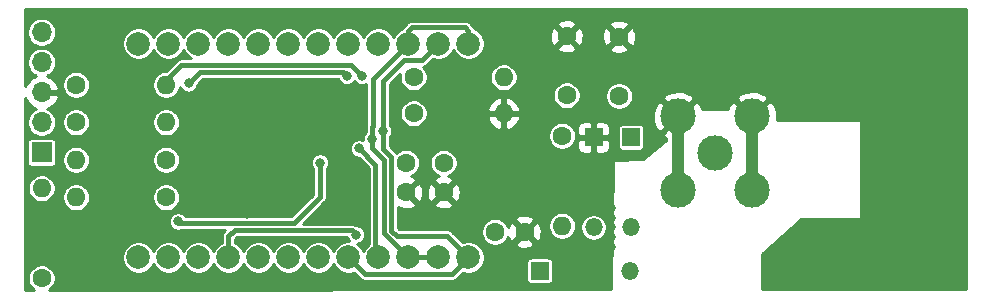
<source format=gbr>
%TF.GenerationSoftware,KiCad,Pcbnew,(5.1.6-0-10_14)*%
%TF.CreationDate,2021-03-20T12:43:37-06:00*%
%TF.ProjectId,rf_dummy_50ohm_20W,72665f64-756d-46d7-995f-35306f686d5f,rev?*%
%TF.SameCoordinates,Original*%
%TF.FileFunction,Copper,L2,Bot*%
%TF.FilePolarity,Positive*%
%FSLAX46Y46*%
G04 Gerber Fmt 4.6, Leading zero omitted, Abs format (unit mm)*
G04 Created by KiCad (PCBNEW (5.1.6-0-10_14)) date 2021-03-20 12:43:37*
%MOMM*%
%LPD*%
G01*
G04 APERTURE LIST*
%TA.AperFunction,ComponentPad*%
%ADD10O,1.600000X1.600000*%
%TD*%
%TA.AperFunction,ComponentPad*%
%ADD11C,1.600000*%
%TD*%
%TA.AperFunction,ComponentPad*%
%ADD12O,1.500000X1.500000*%
%TD*%
%TA.AperFunction,ComponentPad*%
%ADD13R,1.500000X1.500000*%
%TD*%
%TA.AperFunction,ComponentPad*%
%ADD14C,2.000000*%
%TD*%
%TA.AperFunction,ComponentPad*%
%ADD15C,3.000000*%
%TD*%
%TA.AperFunction,ComponentPad*%
%ADD16O,1.700000X1.700000*%
%TD*%
%TA.AperFunction,ComponentPad*%
%ADD17R,1.700000X1.700000*%
%TD*%
%TA.AperFunction,ViaPad*%
%ADD18C,0.800000*%
%TD*%
%TA.AperFunction,Conductor*%
%ADD19C,1.016000*%
%TD*%
%TA.AperFunction,Conductor*%
%ADD20C,0.381000*%
%TD*%
%TA.AperFunction,Conductor*%
%ADD21C,0.254000*%
%TD*%
G04 APERTURE END LIST*
D10*
%TO.P,R10,2*%
%TO.N,Net-(R10-Pad2)*%
X128016000Y-95123000D03*
D11*
%TO.P,R10,1*%
%TO.N,/ICSPDAT*%
X120396000Y-95123000D03*
%TD*%
D10*
%TO.P,R9,2*%
%TO.N,Net-(R9-Pad2)*%
X128016000Y-91948000D03*
D11*
%TO.P,R9,1*%
%TO.N,/ICSPCLK*%
X120396000Y-91948000D03*
%TD*%
D10*
%TO.P,R8,2*%
%TO.N,/~MCLR*%
X120396000Y-98298000D03*
D11*
%TO.P,R8,1*%
%TO.N,Net-(R8-Pad1)*%
X128016000Y-98298000D03*
%TD*%
D10*
%TO.P,R7,2*%
%TO.N,/~MCLR*%
X117475000Y-100711000D03*
D11*
%TO.P,R7,1*%
%TO.N,VDD*%
X117475000Y-108331000D03*
%TD*%
D10*
%TO.P,R6,2*%
%TO.N,VDD*%
X120396000Y-101473000D03*
D11*
%TO.P,R6,1*%
%TO.N,/Vref+*%
X128016000Y-101473000D03*
%TD*%
%TO.P,C4,2*%
%TO.N,GND*%
X151511000Y-101052000D03*
%TO.P,C4,1*%
%TO.N,VDD*%
X151511000Y-98552000D03*
%TD*%
%TO.P,C5,2*%
%TO.N,GND*%
X148336000Y-101052000D03*
%TO.P,C5,1*%
%TO.N,VDD*%
X148336000Y-98552000D03*
%TD*%
D10*
%TO.P,R5,2*%
%TO.N,/Vdiode*%
X161544000Y-103886000D03*
D11*
%TO.P,R5,1*%
%TO.N,Net-(C1-Pad1)*%
X161544000Y-96266000D03*
%TD*%
D10*
%TO.P,R4,2*%
%TO.N,GND*%
X156591000Y-94361000D03*
D11*
%TO.P,R4,1*%
%TO.N,/Vdivider*%
X148971000Y-94361000D03*
%TD*%
D10*
%TO.P,R3,2*%
%TO.N,Net-(C1-Pad1)*%
X156591000Y-91313000D03*
D11*
%TO.P,R3,1*%
%TO.N,/Vdivider*%
X148971000Y-91313000D03*
%TD*%
D12*
%TO.P,D1,2*%
%TO.N,Net-(D1-Pad2)*%
X167259000Y-107696000D03*
D13*
%TO.P,D1,1*%
%TO.N,Net-(C2-Pad1)*%
X159639000Y-107696000D03*
%TD*%
D11*
%TO.P,C2,2*%
%TO.N,GND*%
X158369000Y-104394000D03*
%TO.P,C2,1*%
%TO.N,Net-(C2-Pad1)*%
X155869000Y-104394000D03*
%TD*%
D12*
%TO.P,D3,2*%
%TO.N,/Vdiode*%
X164211000Y-104013000D03*
D13*
%TO.P,D3,1*%
%TO.N,GND*%
X164211000Y-96393000D03*
%TD*%
D14*
%TO.P,U4,13*%
%TO.N,/LCD3_B*%
X125667762Y-88461500D03*
%TO.P,U4,14*%
%TO.N,/LCD3_A*%
X128207762Y-88461500D03*
%TO.P,U4,15*%
%TO.N,/LCD3_F*%
X130747762Y-88461500D03*
%TO.P,U4,16*%
%TO.N,/LCD3_G*%
X133287762Y-88461500D03*
%TO.P,U4,17*%
%TO.N,/LCD2_B*%
X135827762Y-88461500D03*
%TO.P,U4,18*%
%TO.N,/LCD2_A*%
X138367762Y-88461500D03*
%TO.P,U4,19*%
%TO.N,/LCD2_F*%
X140907762Y-88461500D03*
%TO.P,U4,20*%
%TO.N,/LCD2_G*%
X143447762Y-88461500D03*
%TO.P,U4,21*%
%TO.N,/LCD1_B*%
X145987762Y-88461500D03*
%TO.P,U4,22*%
%TO.N,/LCD1_ADEG*%
X148527762Y-88461500D03*
%TO.P,U4,23*%
%TO.N,/LCD_COM*%
X151067762Y-88461500D03*
%TO.P,U4,24*%
%TO.N,/LCD1_ADEG*%
X153607762Y-88461500D03*
%TO.P,U4,1*%
%TO.N,/LCD_COM*%
X153607762Y-106561500D03*
%TO.P,U4,2*%
%TO.N,/LCD1_ADEG*%
X151067762Y-106561500D03*
%TO.P,U4,3*%
X148527762Y-106561500D03*
%TO.P,U4,4*%
%TO.N,/LCD1_C*%
X145987762Y-106561500D03*
%TO.P,U4,5*%
%TO.N,/LCD_COM*%
X143447762Y-106561500D03*
%TO.P,U4,6*%
%TO.N,/LCD2_E*%
X140907762Y-106561500D03*
%TO.P,U4,7*%
%TO.N,/LCD2_D*%
X138367762Y-106561500D03*
%TO.P,U4,8*%
%TO.N,/LCD2_C*%
X135827762Y-106561500D03*
%TO.P,U4,9*%
%TO.N,/LCD_DP2*%
X133287762Y-106561500D03*
%TO.P,U4,10*%
%TO.N,/LCD3_E*%
X130747762Y-106561500D03*
%TO.P,U4,11*%
%TO.N,/LCD3_D*%
X128207762Y-106561500D03*
%TO.P,U4,12*%
%TO.N,/LCD3_C*%
X125667762Y-106561500D03*
%TD*%
D15*
%TO.P,J1,2*%
%TO.N,GND*%
X177628000Y-100875000D03*
%TO.P,J1,1*%
%TO.N,Net-(D1-Pad2)*%
X174498000Y-97745000D03*
%TO.P,J1,2*%
%TO.N,GND*%
X171368000Y-100875000D03*
X177628000Y-94615000D03*
X171368000Y-94615000D03*
%TD*%
D16*
%TO.P,J2,5*%
%TO.N,/ICSPCLK*%
X117475000Y-87503000D03*
%TO.P,J2,4*%
%TO.N,/ICSPDAT*%
X117475000Y-90043000D03*
%TO.P,J2,3*%
%TO.N,GND*%
X117475000Y-92583000D03*
%TO.P,J2,2*%
%TO.N,VDD*%
X117475000Y-95123000D03*
D17*
%TO.P,J2,1*%
%TO.N,/~MCLR*%
X117475000Y-97663000D03*
%TD*%
D12*
%TO.P,D2,2*%
%TO.N,Net-(D1-Pad2)*%
X167386000Y-104013000D03*
D13*
%TO.P,D2,1*%
%TO.N,Net-(C1-Pad1)*%
X167386000Y-96393000D03*
%TD*%
D11*
%TO.P,C3,2*%
%TO.N,GND*%
X166370000Y-87884000D03*
%TO.P,C3,1*%
%TO.N,Net-(C1-Pad1)*%
X166370000Y-92884000D03*
%TD*%
%TO.P,C1,2*%
%TO.N,GND*%
X161925000Y-87837000D03*
%TO.P,C1,1*%
%TO.N,Net-(C1-Pad1)*%
X161925000Y-92837000D03*
%TD*%
D18*
%TO.N,GND*%
X144866111Y-99777409D03*
X137351762Y-97765500D03*
X158433762Y-87859500D03*
X122238762Y-107544500D03*
X122238762Y-87224500D03*
X122238762Y-89129500D03*
X126873000Y-86614000D03*
X131953000Y-86614000D03*
X137033000Y-86614000D03*
X141923762Y-86589500D03*
X147003762Y-86589500D03*
X155258762Y-86589500D03*
X141923762Y-108179500D03*
X137478762Y-108179500D03*
X132398762Y-108179500D03*
X126683762Y-108179500D03*
X138748762Y-101829500D03*
X143193762Y-103099500D03*
X134874000Y-102870000D03*
X123952000Y-108204000D03*
X152273000Y-108966000D03*
X138176000Y-96520000D03*
X144907000Y-102997000D03*
X134493000Y-105283000D03*
X142176500Y-105156000D03*
X156210000Y-89027000D03*
X148082000Y-108966000D03*
X151257000Y-94361000D03*
X153543000Y-94361000D03*
X151003000Y-91440000D03*
X153797000Y-91440000D03*
X147574000Y-92964000D03*
X148463000Y-103759000D03*
X150114000Y-103759000D03*
X152019000Y-103759000D03*
X149987000Y-99822000D03*
X147574000Y-96901000D03*
X149987000Y-97282000D03*
X153035000Y-97282000D03*
X157861000Y-100838000D03*
X154051000Y-103759000D03*
X165671500Y-104838500D03*
X164211000Y-98234500D03*
X163195000Y-90805000D03*
X166370000Y-90805000D03*
X185420000Y-105664000D03*
X190119000Y-108839000D03*
X171450000Y-87630000D03*
X175260000Y-87630000D03*
X177927000Y-87630000D03*
X182372000Y-92837000D03*
X189547500Y-102362000D03*
X180340000Y-90805000D03*
X195199000Y-85979000D03*
X194564000Y-108839000D03*
X194818000Y-102425500D03*
X153670000Y-100965000D03*
X180721000Y-87693500D03*
X163131500Y-94805500D03*
X133223000Y-92456000D03*
X131064000Y-92583000D03*
X133223000Y-94488000D03*
X117348000Y-102870000D03*
X123317000Y-101473000D03*
X125603000Y-100203000D03*
X123698000Y-98044000D03*
X125476000Y-95758000D03*
X122936000Y-94234000D03*
X125095000Y-91948000D03*
X122809000Y-91059000D03*
X130937000Y-101219000D03*
X119253000Y-99949000D03*
X119761000Y-108204000D03*
X119761000Y-86868000D03*
X194310000Y-92900500D03*
X192786000Y-98806000D03*
X191770000Y-97790000D03*
X192786000Y-96774000D03*
X192786000Y-94742000D03*
X191770000Y-95758000D03*
X190754000Y-96774000D03*
X189738000Y-97790000D03*
X190754000Y-98806000D03*
X191770000Y-99822000D03*
X192786000Y-100838000D03*
X190754000Y-100838000D03*
X189738000Y-99822000D03*
X188722000Y-100838000D03*
X188722000Y-98806000D03*
X187706000Y-99822000D03*
X187706000Y-97790000D03*
X187706000Y-95758000D03*
X188722000Y-96774000D03*
X189738000Y-95758000D03*
X190754000Y-94742000D03*
X188722000Y-94742000D03*
X183959500Y-90614500D03*
X186690000Y-88709500D03*
X186436000Y-92964000D03*
X191008000Y-92964000D03*
X187198000Y-102362000D03*
X194818000Y-95250000D03*
X194818000Y-97536000D03*
X194818000Y-99822000D03*
X191960500Y-102425500D03*
X159512000Y-94742000D03*
X165671500Y-103187500D03*
X165671500Y-105664000D03*
X165671500Y-102362000D03*
X165671500Y-104013000D03*
X173355000Y-90805000D03*
X177165000Y-90805000D03*
X169545000Y-90805000D03*
X164846000Y-105664000D03*
X165735000Y-94488000D03*
X163957000Y-105664000D03*
X163068000Y-105664000D03*
X162179000Y-105664000D03*
X161290000Y-105664000D03*
X160147000Y-104394000D03*
X160528000Y-105156000D03*
X159829500Y-98933000D03*
X159448500Y-101600000D03*
X163576000Y-100457000D03*
X179832000Y-108839000D03*
X179832000Y-106299000D03*
X181991000Y-108839000D03*
X185547000Y-108839000D03*
X183769000Y-103822500D03*
X160147000Y-103505000D03*
X160147000Y-102616000D03*
X164465000Y-107696000D03*
X161925000Y-107696000D03*
%TO.N,VDD*%
X141034762Y-98527500D03*
X129032000Y-103505000D03*
%TO.N,Net-(R9-Pad2)*%
X144590762Y-91190000D03*
%TO.N,/LCD_COM*%
X146387981Y-95860500D03*
%TO.N,/LCD_DP2*%
X144082762Y-104623500D03*
%TO.N,/LCD1_ADEG*%
X145479762Y-96495500D03*
%TO.N,/LCD1_C*%
X144336762Y-97327000D03*
%TO.N,Net-(R10-Pad2)*%
X143320762Y-91190000D03*
X129921000Y-91821000D03*
%TD*%
D19*
%TO.N,GND*%
X177628000Y-100875000D02*
X177628000Y-94615000D01*
X171368000Y-100875000D02*
X171368000Y-94615000D01*
D20*
%TO.N,VDD*%
X141034762Y-98527500D02*
X141034762Y-101471738D01*
X141034762Y-101471738D02*
X138845999Y-103660501D01*
X131712794Y-103645794D02*
X131727501Y-103660501D01*
X138845999Y-103660501D02*
X131727501Y-103660501D01*
X131727501Y-103660501D02*
X130522263Y-103660501D01*
X129187501Y-103660501D02*
X129032000Y-103505000D01*
X130522263Y-103660501D02*
X129187501Y-103660501D01*
%TO.N,Net-(R9-Pad2)*%
X128016000Y-91567000D02*
X128016000Y-91948000D01*
X129310500Y-90272500D02*
X128016000Y-91567000D01*
X143673262Y-90272500D02*
X129310500Y-90272500D01*
X144590762Y-91190000D02*
X143673262Y-90272500D01*
%TO.N,/LCD_COM*%
X144838263Y-107952001D02*
X143447762Y-106561500D01*
X152217261Y-107952001D02*
X144838263Y-107952001D01*
X153607762Y-106561500D02*
X152217261Y-107952001D01*
X147076772Y-98032838D02*
X147076772Y-104288838D01*
X147538434Y-104750500D02*
X151796762Y-104750500D01*
X151796762Y-104750500D02*
X153607762Y-106561500D01*
X147076772Y-104288838D02*
X147538434Y-104750500D01*
X146387981Y-95860500D02*
X146387981Y-97344047D01*
X146387981Y-97344047D02*
X147076772Y-98032838D01*
X149677261Y-89852001D02*
X148186261Y-89852001D01*
X146387981Y-91650281D02*
X146387981Y-95860500D01*
X148186261Y-89852001D02*
X146387981Y-91650281D01*
X151067762Y-88461500D02*
X149677261Y-89852001D01*
%TO.N,/LCD_DP2*%
X133381762Y-106561500D02*
X133287762Y-106561500D01*
X133287762Y-104773738D02*
X133819989Y-104241511D01*
X133819989Y-104241511D02*
X139153989Y-104241511D01*
X133287762Y-106561500D02*
X133287762Y-104773738D01*
X139153989Y-104241511D02*
X139179478Y-104267000D01*
X143726262Y-104267000D02*
X144082762Y-104623500D01*
X139179478Y-104267000D02*
X143726262Y-104267000D01*
%TO.N,/LCD1_ADEG*%
X148527762Y-88461500D02*
X148527762Y-87351500D01*
X148808263Y-87070999D02*
X153327261Y-87070999D01*
X148527762Y-87351500D02*
X148808263Y-87070999D01*
X153607762Y-87351500D02*
X153607762Y-88461500D01*
X153327261Y-87070999D02*
X153607762Y-87351500D01*
X148527762Y-106561500D02*
X151067762Y-106561500D01*
X146495762Y-104529500D02*
X148527762Y-106561500D01*
X146495762Y-98273500D02*
X146495762Y-104529500D01*
X145508263Y-91480999D02*
X148527762Y-88461500D01*
X145508263Y-95450999D02*
X145508263Y-91480999D01*
X145479762Y-95479500D02*
X145508263Y-95450999D01*
X145479762Y-96495500D02*
X145479762Y-95479500D01*
X145479762Y-97257500D02*
X146495762Y-98273500D01*
X145479762Y-96495500D02*
X145479762Y-97257500D01*
%TO.N,/LCD1_C*%
X145733762Y-106307500D02*
X145987762Y-106561500D01*
X145733762Y-98724000D02*
X145733762Y-106307500D01*
X144336762Y-97327000D02*
X145733762Y-98724000D01*
%TO.N,Net-(R10-Pad2)*%
X143320762Y-91190000D02*
X142984272Y-90853510D01*
X132666490Y-90853510D02*
X130888490Y-90853510D01*
X142984272Y-90853510D02*
X132666490Y-90853510D01*
X132666490Y-90853510D02*
X132225694Y-90853510D01*
X130888490Y-90853510D02*
X129921000Y-91821000D01*
%TD*%
D21*
%TO.N,GND*%
G36*
X195707000Y-109220202D02*
G01*
X178435000Y-109247661D01*
X178435000Y-106229215D01*
X181694147Y-103346123D01*
X181715597Y-103321557D01*
X181719215Y-103314788D01*
X186686141Y-103310532D01*
X186710382Y-103308176D01*
X186734231Y-103301030D01*
X186756228Y-103289370D01*
X186775527Y-103273641D01*
X186791387Y-103254450D01*
X186803198Y-103232534D01*
X186810506Y-103208735D01*
X186813031Y-103183967D01*
X186840812Y-95067873D01*
X186838437Y-95042987D01*
X186831272Y-95019144D01*
X186819594Y-94997157D01*
X186803850Y-94977871D01*
X186784646Y-94962026D01*
X186762721Y-94950233D01*
X186738915Y-94942943D01*
X186714145Y-94940438D01*
X179745470Y-94922211D01*
X179772902Y-94572176D01*
X179723334Y-94154549D01*
X179593243Y-93754617D01*
X179435214Y-93458962D01*
X179119653Y-93302952D01*
X178415048Y-94007557D01*
X178413024Y-94003843D01*
X178397075Y-93984726D01*
X178377704Y-93969088D01*
X178355653Y-93957529D01*
X178331771Y-93950495D01*
X178306976Y-93948254D01*
X178113581Y-93949814D01*
X178940048Y-93123347D01*
X178784038Y-92807786D01*
X178409255Y-92616980D01*
X178004449Y-92502956D01*
X177585176Y-92470098D01*
X177167549Y-92519666D01*
X176767617Y-92649757D01*
X176471962Y-92807786D01*
X176315952Y-93123347D01*
X177150188Y-93957583D01*
X176793852Y-93960457D01*
X176136347Y-93302952D01*
X175820786Y-93458962D01*
X175629980Y-93833745D01*
X175591557Y-93970153D01*
X173409078Y-93987753D01*
X173333243Y-93754617D01*
X173175214Y-93458962D01*
X172859653Y-93302952D01*
X172164817Y-93997788D01*
X171802687Y-94000708D01*
X172680048Y-93123347D01*
X172524038Y-92807786D01*
X172149255Y-92616980D01*
X171744449Y-92502956D01*
X171325176Y-92470098D01*
X170907549Y-92519666D01*
X170507617Y-92649757D01*
X170211962Y-92807786D01*
X170055952Y-93123347D01*
X170940268Y-94007663D01*
X170583932Y-94010537D01*
X169876347Y-93302952D01*
X169560786Y-93458962D01*
X169369980Y-93833745D01*
X169255956Y-94238551D01*
X169223098Y-94657824D01*
X169272666Y-95075451D01*
X169402757Y-95475383D01*
X169560786Y-95771038D01*
X169876347Y-95927048D01*
X170307000Y-95496395D01*
X170307000Y-95855605D01*
X170055952Y-96106653D01*
X170211962Y-96422214D01*
X170307000Y-96470599D01*
X170307000Y-96664346D01*
X170289197Y-96676436D01*
X168398386Y-98252112D01*
X165948580Y-98266252D01*
X165925653Y-98268473D01*
X165901765Y-98275487D01*
X165879704Y-98287026D01*
X165860318Y-98302647D01*
X165844352Y-98321750D01*
X165832420Y-98343601D01*
X165824980Y-98367359D01*
X165822318Y-98392113D01*
X165724945Y-109267868D01*
X118085269Y-109343607D01*
X118227843Y-109248342D01*
X118392342Y-109083843D01*
X118521588Y-108890413D01*
X118610614Y-108675485D01*
X118656000Y-108447318D01*
X118656000Y-108214682D01*
X118610614Y-107986515D01*
X118521588Y-107771587D01*
X118392342Y-107578157D01*
X118227843Y-107413658D01*
X118034413Y-107284412D01*
X117819485Y-107195386D01*
X117591318Y-107150000D01*
X117358682Y-107150000D01*
X117130515Y-107195386D01*
X116915587Y-107284412D01*
X116722157Y-107413658D01*
X116557658Y-107578157D01*
X116428412Y-107771587D01*
X116339386Y-107986515D01*
X116294000Y-108214682D01*
X116294000Y-108447318D01*
X116339386Y-108675485D01*
X116428412Y-108890413D01*
X116557658Y-109083843D01*
X116722157Y-109248342D01*
X116867628Y-109345543D01*
X116078000Y-109346798D01*
X116078000Y-100594682D01*
X116294000Y-100594682D01*
X116294000Y-100827318D01*
X116339386Y-101055485D01*
X116428412Y-101270413D01*
X116557658Y-101463843D01*
X116722157Y-101628342D01*
X116915587Y-101757588D01*
X117130515Y-101846614D01*
X117358682Y-101892000D01*
X117591318Y-101892000D01*
X117819485Y-101846614D01*
X118034413Y-101757588D01*
X118227843Y-101628342D01*
X118392342Y-101463843D01*
X118463944Y-101356682D01*
X119215000Y-101356682D01*
X119215000Y-101589318D01*
X119260386Y-101817485D01*
X119349412Y-102032413D01*
X119478658Y-102225843D01*
X119643157Y-102390342D01*
X119836587Y-102519588D01*
X120051515Y-102608614D01*
X120279682Y-102654000D01*
X120512318Y-102654000D01*
X120740485Y-102608614D01*
X120955413Y-102519588D01*
X121148843Y-102390342D01*
X121313342Y-102225843D01*
X121442588Y-102032413D01*
X121531614Y-101817485D01*
X121577000Y-101589318D01*
X121577000Y-101356682D01*
X126835000Y-101356682D01*
X126835000Y-101589318D01*
X126880386Y-101817485D01*
X126969412Y-102032413D01*
X127098658Y-102225843D01*
X127263157Y-102390342D01*
X127456587Y-102519588D01*
X127671515Y-102608614D01*
X127899682Y-102654000D01*
X128132318Y-102654000D01*
X128360485Y-102608614D01*
X128575413Y-102519588D01*
X128768843Y-102390342D01*
X128933342Y-102225843D01*
X129062588Y-102032413D01*
X129151614Y-101817485D01*
X129197000Y-101589318D01*
X129197000Y-101356682D01*
X129151614Y-101128515D01*
X129062588Y-100913587D01*
X128933342Y-100720157D01*
X128768843Y-100555658D01*
X128575413Y-100426412D01*
X128360485Y-100337386D01*
X128132318Y-100292000D01*
X127899682Y-100292000D01*
X127671515Y-100337386D01*
X127456587Y-100426412D01*
X127263157Y-100555658D01*
X127098658Y-100720157D01*
X126969412Y-100913587D01*
X126880386Y-101128515D01*
X126835000Y-101356682D01*
X121577000Y-101356682D01*
X121531614Y-101128515D01*
X121442588Y-100913587D01*
X121313342Y-100720157D01*
X121148843Y-100555658D01*
X120955413Y-100426412D01*
X120740485Y-100337386D01*
X120512318Y-100292000D01*
X120279682Y-100292000D01*
X120051515Y-100337386D01*
X119836587Y-100426412D01*
X119643157Y-100555658D01*
X119478658Y-100720157D01*
X119349412Y-100913587D01*
X119260386Y-101128515D01*
X119215000Y-101356682D01*
X118463944Y-101356682D01*
X118521588Y-101270413D01*
X118610614Y-101055485D01*
X118656000Y-100827318D01*
X118656000Y-100594682D01*
X118610614Y-100366515D01*
X118521588Y-100151587D01*
X118392342Y-99958157D01*
X118227843Y-99793658D01*
X118034413Y-99664412D01*
X117819485Y-99575386D01*
X117591318Y-99530000D01*
X117358682Y-99530000D01*
X117130515Y-99575386D01*
X116915587Y-99664412D01*
X116722157Y-99793658D01*
X116557658Y-99958157D01*
X116428412Y-100151587D01*
X116339386Y-100366515D01*
X116294000Y-100594682D01*
X116078000Y-100594682D01*
X116078000Y-96813000D01*
X116242157Y-96813000D01*
X116242157Y-98513000D01*
X116249513Y-98587689D01*
X116271299Y-98659508D01*
X116306678Y-98725696D01*
X116354289Y-98783711D01*
X116412304Y-98831322D01*
X116478492Y-98866701D01*
X116550311Y-98888487D01*
X116625000Y-98895843D01*
X118325000Y-98895843D01*
X118399689Y-98888487D01*
X118471508Y-98866701D01*
X118537696Y-98831322D01*
X118595711Y-98783711D01*
X118643322Y-98725696D01*
X118678701Y-98659508D01*
X118700487Y-98587689D01*
X118707843Y-98513000D01*
X118707843Y-98181682D01*
X119215000Y-98181682D01*
X119215000Y-98414318D01*
X119260386Y-98642485D01*
X119349412Y-98857413D01*
X119478658Y-99050843D01*
X119643157Y-99215342D01*
X119836587Y-99344588D01*
X120051515Y-99433614D01*
X120279682Y-99479000D01*
X120512318Y-99479000D01*
X120740485Y-99433614D01*
X120955413Y-99344588D01*
X121148843Y-99215342D01*
X121313342Y-99050843D01*
X121442588Y-98857413D01*
X121531614Y-98642485D01*
X121577000Y-98414318D01*
X121577000Y-98181682D01*
X126835000Y-98181682D01*
X126835000Y-98414318D01*
X126880386Y-98642485D01*
X126969412Y-98857413D01*
X127098658Y-99050843D01*
X127263157Y-99215342D01*
X127456587Y-99344588D01*
X127671515Y-99433614D01*
X127899682Y-99479000D01*
X128132318Y-99479000D01*
X128360485Y-99433614D01*
X128575413Y-99344588D01*
X128768843Y-99215342D01*
X128933342Y-99050843D01*
X129062588Y-98857413D01*
X129151614Y-98642485D01*
X129197000Y-98414318D01*
X129197000Y-98181682D01*
X129151614Y-97953515D01*
X129062588Y-97738587D01*
X128933342Y-97545157D01*
X128768843Y-97380658D01*
X128575413Y-97251412D01*
X128360485Y-97162386D01*
X128132318Y-97117000D01*
X127899682Y-97117000D01*
X127671515Y-97162386D01*
X127456587Y-97251412D01*
X127263157Y-97380658D01*
X127098658Y-97545157D01*
X126969412Y-97738587D01*
X126880386Y-97953515D01*
X126835000Y-98181682D01*
X121577000Y-98181682D01*
X121531614Y-97953515D01*
X121442588Y-97738587D01*
X121313342Y-97545157D01*
X121148843Y-97380658D01*
X120955413Y-97251412D01*
X120740485Y-97162386D01*
X120512318Y-97117000D01*
X120279682Y-97117000D01*
X120051515Y-97162386D01*
X119836587Y-97251412D01*
X119643157Y-97380658D01*
X119478658Y-97545157D01*
X119349412Y-97738587D01*
X119260386Y-97953515D01*
X119215000Y-98181682D01*
X118707843Y-98181682D01*
X118707843Y-96813000D01*
X118700487Y-96738311D01*
X118678701Y-96666492D01*
X118643322Y-96600304D01*
X118595711Y-96542289D01*
X118537696Y-96494678D01*
X118471508Y-96459299D01*
X118399689Y-96437513D01*
X118325000Y-96430157D01*
X116625000Y-96430157D01*
X116550311Y-96437513D01*
X116478492Y-96459299D01*
X116412304Y-96494678D01*
X116354289Y-96542289D01*
X116306678Y-96600304D01*
X116271299Y-96666492D01*
X116249513Y-96738311D01*
X116242157Y-96813000D01*
X116078000Y-96813000D01*
X116078000Y-93086522D01*
X116078175Y-93087099D01*
X116203359Y-93349920D01*
X116377412Y-93583269D01*
X116593645Y-93778178D01*
X116843748Y-93927157D01*
X117006168Y-93984772D01*
X116891903Y-94032102D01*
X116690283Y-94166820D01*
X116518820Y-94338283D01*
X116384102Y-94539903D01*
X116291307Y-94763931D01*
X116244000Y-95001757D01*
X116244000Y-95244243D01*
X116291307Y-95482069D01*
X116384102Y-95706097D01*
X116518820Y-95907717D01*
X116690283Y-96079180D01*
X116891903Y-96213898D01*
X117115931Y-96306693D01*
X117353757Y-96354000D01*
X117596243Y-96354000D01*
X117834069Y-96306693D01*
X118058097Y-96213898D01*
X118259717Y-96079180D01*
X118431180Y-95907717D01*
X118565898Y-95706097D01*
X118658693Y-95482069D01*
X118706000Y-95244243D01*
X118706000Y-95006682D01*
X119215000Y-95006682D01*
X119215000Y-95239318D01*
X119260386Y-95467485D01*
X119349412Y-95682413D01*
X119478658Y-95875843D01*
X119643157Y-96040342D01*
X119836587Y-96169588D01*
X120051515Y-96258614D01*
X120279682Y-96304000D01*
X120512318Y-96304000D01*
X120740485Y-96258614D01*
X120955413Y-96169588D01*
X121148843Y-96040342D01*
X121313342Y-95875843D01*
X121442588Y-95682413D01*
X121531614Y-95467485D01*
X121577000Y-95239318D01*
X121577000Y-95006682D01*
X126835000Y-95006682D01*
X126835000Y-95239318D01*
X126880386Y-95467485D01*
X126969412Y-95682413D01*
X127098658Y-95875843D01*
X127263157Y-96040342D01*
X127456587Y-96169588D01*
X127671515Y-96258614D01*
X127899682Y-96304000D01*
X128132318Y-96304000D01*
X128360485Y-96258614D01*
X128575413Y-96169588D01*
X128768843Y-96040342D01*
X128933342Y-95875843D01*
X129062588Y-95682413D01*
X129151614Y-95467485D01*
X129197000Y-95239318D01*
X129197000Y-95006682D01*
X129151614Y-94778515D01*
X129062588Y-94563587D01*
X128933342Y-94370157D01*
X128768843Y-94205658D01*
X128575413Y-94076412D01*
X128360485Y-93987386D01*
X128132318Y-93942000D01*
X127899682Y-93942000D01*
X127671515Y-93987386D01*
X127456587Y-94076412D01*
X127263157Y-94205658D01*
X127098658Y-94370157D01*
X126969412Y-94563587D01*
X126880386Y-94778515D01*
X126835000Y-95006682D01*
X121577000Y-95006682D01*
X121531614Y-94778515D01*
X121442588Y-94563587D01*
X121313342Y-94370157D01*
X121148843Y-94205658D01*
X120955413Y-94076412D01*
X120740485Y-93987386D01*
X120512318Y-93942000D01*
X120279682Y-93942000D01*
X120051515Y-93987386D01*
X119836587Y-94076412D01*
X119643157Y-94205658D01*
X119478658Y-94370157D01*
X119349412Y-94563587D01*
X119260386Y-94778515D01*
X119215000Y-95006682D01*
X118706000Y-95006682D01*
X118706000Y-95001757D01*
X118658693Y-94763931D01*
X118565898Y-94539903D01*
X118431180Y-94338283D01*
X118259717Y-94166820D01*
X118058097Y-94032102D01*
X117943832Y-93984772D01*
X118106252Y-93927157D01*
X118356355Y-93778178D01*
X118572588Y-93583269D01*
X118746641Y-93349920D01*
X118871825Y-93087099D01*
X118916476Y-92939890D01*
X118795155Y-92710000D01*
X117602000Y-92710000D01*
X117602000Y-92730000D01*
X117348000Y-92730000D01*
X117348000Y-92710000D01*
X117328000Y-92710000D01*
X117328000Y-92456000D01*
X117348000Y-92456000D01*
X117348000Y-92436000D01*
X117602000Y-92436000D01*
X117602000Y-92456000D01*
X118795155Y-92456000D01*
X118916476Y-92226110D01*
X118871825Y-92078901D01*
X118754073Y-91831682D01*
X119215000Y-91831682D01*
X119215000Y-92064318D01*
X119260386Y-92292485D01*
X119349412Y-92507413D01*
X119478658Y-92700843D01*
X119643157Y-92865342D01*
X119836587Y-92994588D01*
X120051515Y-93083614D01*
X120279682Y-93129000D01*
X120512318Y-93129000D01*
X120740485Y-93083614D01*
X120955413Y-92994588D01*
X121148843Y-92865342D01*
X121313342Y-92700843D01*
X121442588Y-92507413D01*
X121531614Y-92292485D01*
X121577000Y-92064318D01*
X121577000Y-91831682D01*
X121531614Y-91603515D01*
X121442588Y-91388587D01*
X121313342Y-91195157D01*
X121148843Y-91030658D01*
X120955413Y-90901412D01*
X120740485Y-90812386D01*
X120512318Y-90767000D01*
X120279682Y-90767000D01*
X120051515Y-90812386D01*
X119836587Y-90901412D01*
X119643157Y-91030658D01*
X119478658Y-91195157D01*
X119349412Y-91388587D01*
X119260386Y-91603515D01*
X119215000Y-91831682D01*
X118754073Y-91831682D01*
X118746641Y-91816080D01*
X118572588Y-91582731D01*
X118356355Y-91387822D01*
X118106252Y-91238843D01*
X117943832Y-91181228D01*
X118058097Y-91133898D01*
X118259717Y-90999180D01*
X118431180Y-90827717D01*
X118565898Y-90626097D01*
X118658693Y-90402069D01*
X118706000Y-90164243D01*
X118706000Y-89921757D01*
X118658693Y-89683931D01*
X118565898Y-89459903D01*
X118431180Y-89258283D01*
X118259717Y-89086820D01*
X118058097Y-88952102D01*
X117834069Y-88859307D01*
X117596243Y-88812000D01*
X117353757Y-88812000D01*
X117115931Y-88859307D01*
X116891903Y-88952102D01*
X116690283Y-89086820D01*
X116518820Y-89258283D01*
X116384102Y-89459903D01*
X116291307Y-89683931D01*
X116244000Y-89921757D01*
X116244000Y-90164243D01*
X116291307Y-90402069D01*
X116384102Y-90626097D01*
X116518820Y-90827717D01*
X116690283Y-90999180D01*
X116891903Y-91133898D01*
X117006168Y-91181228D01*
X116843748Y-91238843D01*
X116593645Y-91387822D01*
X116377412Y-91582731D01*
X116203359Y-91816080D01*
X116078175Y-92078901D01*
X116078000Y-92079478D01*
X116078000Y-87381757D01*
X116244000Y-87381757D01*
X116244000Y-87624243D01*
X116291307Y-87862069D01*
X116384102Y-88086097D01*
X116518820Y-88287717D01*
X116690283Y-88459180D01*
X116891903Y-88593898D01*
X117115931Y-88686693D01*
X117353757Y-88734000D01*
X117596243Y-88734000D01*
X117834069Y-88686693D01*
X118058097Y-88593898D01*
X118259717Y-88459180D01*
X118393414Y-88325483D01*
X124286762Y-88325483D01*
X124286762Y-88597517D01*
X124339833Y-88864323D01*
X124443936Y-89115649D01*
X124595069Y-89341836D01*
X124787426Y-89534193D01*
X125013613Y-89685326D01*
X125264939Y-89789429D01*
X125531745Y-89842500D01*
X125803779Y-89842500D01*
X126070585Y-89789429D01*
X126321911Y-89685326D01*
X126548098Y-89534193D01*
X126740455Y-89341836D01*
X126891588Y-89115649D01*
X126937762Y-89004175D01*
X126983936Y-89115649D01*
X127135069Y-89341836D01*
X127327426Y-89534193D01*
X127553613Y-89685326D01*
X127804939Y-89789429D01*
X128071745Y-89842500D01*
X128343779Y-89842500D01*
X128610585Y-89789429D01*
X128861911Y-89685326D01*
X129088098Y-89534193D01*
X129280455Y-89341836D01*
X129431588Y-89115649D01*
X129477762Y-89004175D01*
X129523936Y-89115649D01*
X129675069Y-89341836D01*
X129867426Y-89534193D01*
X130093613Y-89685326D01*
X130131453Y-89701000D01*
X129338571Y-89701000D01*
X129310499Y-89698235D01*
X129282427Y-89701000D01*
X129282426Y-89701000D01*
X129198466Y-89709269D01*
X129090738Y-89741948D01*
X128991455Y-89795016D01*
X128904433Y-89866433D01*
X128886534Y-89888243D01*
X128007778Y-90767000D01*
X127899682Y-90767000D01*
X127671515Y-90812386D01*
X127456587Y-90901412D01*
X127263157Y-91030658D01*
X127098658Y-91195157D01*
X126969412Y-91388587D01*
X126880386Y-91603515D01*
X126835000Y-91831682D01*
X126835000Y-92064318D01*
X126880386Y-92292485D01*
X126969412Y-92507413D01*
X127098658Y-92700843D01*
X127263157Y-92865342D01*
X127456587Y-92994588D01*
X127671515Y-93083614D01*
X127899682Y-93129000D01*
X128132318Y-93129000D01*
X128360485Y-93083614D01*
X128575413Y-92994588D01*
X128768843Y-92865342D01*
X128933342Y-92700843D01*
X129062588Y-92507413D01*
X129151614Y-92292485D01*
X129190329Y-92097855D01*
X129228887Y-92190942D01*
X129314358Y-92318859D01*
X129423141Y-92427642D01*
X129551058Y-92513113D01*
X129693191Y-92571987D01*
X129844078Y-92602000D01*
X129997922Y-92602000D01*
X130148809Y-92571987D01*
X130290942Y-92513113D01*
X130418859Y-92427642D01*
X130527642Y-92318859D01*
X130613113Y-92190942D01*
X130671987Y-92048809D01*
X130702000Y-91897922D01*
X130702000Y-91848222D01*
X131125213Y-91425010D01*
X142572758Y-91425010D01*
X142628649Y-91559942D01*
X142714120Y-91687859D01*
X142822903Y-91796642D01*
X142950820Y-91882113D01*
X143092953Y-91940987D01*
X143243840Y-91971000D01*
X143397684Y-91971000D01*
X143548571Y-91940987D01*
X143690704Y-91882113D01*
X143818621Y-91796642D01*
X143927404Y-91687859D01*
X143955762Y-91645418D01*
X143984120Y-91687859D01*
X144092903Y-91796642D01*
X144220820Y-91882113D01*
X144362953Y-91940987D01*
X144513840Y-91971000D01*
X144667684Y-91971000D01*
X144818571Y-91940987D01*
X144936764Y-91892029D01*
X144936763Y-95300771D01*
X144916531Y-95367467D01*
X144905497Y-95479500D01*
X144908263Y-95507584D01*
X144908263Y-95962498D01*
X144873120Y-95997641D01*
X144787649Y-96125558D01*
X144728775Y-96267691D01*
X144698762Y-96418578D01*
X144698762Y-96572422D01*
X144711874Y-96638342D01*
X144706704Y-96634887D01*
X144564571Y-96576013D01*
X144413684Y-96546000D01*
X144259840Y-96546000D01*
X144108953Y-96576013D01*
X143966820Y-96634887D01*
X143838903Y-96720358D01*
X143730120Y-96829141D01*
X143644649Y-96957058D01*
X143585775Y-97099191D01*
X143555762Y-97250078D01*
X143555762Y-97403922D01*
X143585775Y-97554809D01*
X143644649Y-97696942D01*
X143730120Y-97824859D01*
X143838903Y-97933642D01*
X143966820Y-98019113D01*
X144108953Y-98077987D01*
X144259840Y-98108000D01*
X144309540Y-98108000D01*
X145162262Y-98960723D01*
X145162263Y-105452166D01*
X145107426Y-105488807D01*
X144915069Y-105681164D01*
X144763936Y-105907351D01*
X144717762Y-106018825D01*
X144671588Y-105907351D01*
X144520455Y-105681164D01*
X144328098Y-105488807D01*
X144192234Y-105398026D01*
X144310571Y-105374487D01*
X144452704Y-105315613D01*
X144580621Y-105230142D01*
X144689404Y-105121359D01*
X144774875Y-104993442D01*
X144833749Y-104851309D01*
X144863762Y-104700422D01*
X144863762Y-104546578D01*
X144833749Y-104395691D01*
X144774875Y-104253558D01*
X144689404Y-104125641D01*
X144580621Y-104016858D01*
X144452704Y-103931387D01*
X144310571Y-103872513D01*
X144159684Y-103842500D01*
X144109868Y-103842500D01*
X144045307Y-103789516D01*
X143946024Y-103736448D01*
X143838296Y-103703769D01*
X143754336Y-103695500D01*
X143726262Y-103692735D01*
X143698188Y-103695500D01*
X139619222Y-103695500D01*
X141419019Y-101895704D01*
X141440829Y-101877805D01*
X141512246Y-101790783D01*
X141565314Y-101691500D01*
X141597993Y-101583772D01*
X141606262Y-101499812D01*
X141606262Y-101499811D01*
X141609027Y-101471739D01*
X141606262Y-101443667D01*
X141606262Y-99060501D01*
X141641404Y-99025359D01*
X141726875Y-98897442D01*
X141785749Y-98755309D01*
X141815762Y-98604422D01*
X141815762Y-98450578D01*
X141785749Y-98299691D01*
X141726875Y-98157558D01*
X141641404Y-98029641D01*
X141532621Y-97920858D01*
X141404704Y-97835387D01*
X141262571Y-97776513D01*
X141111684Y-97746500D01*
X140957840Y-97746500D01*
X140806953Y-97776513D01*
X140664820Y-97835387D01*
X140536903Y-97920858D01*
X140428120Y-98029641D01*
X140342649Y-98157558D01*
X140283775Y-98299691D01*
X140253762Y-98450578D01*
X140253762Y-98604422D01*
X140283775Y-98755309D01*
X140342649Y-98897442D01*
X140428120Y-99025359D01*
X140463262Y-99060501D01*
X140463263Y-101235014D01*
X138609277Y-103089001D01*
X131846050Y-103089001D01*
X131824827Y-103082563D01*
X131712794Y-103071529D01*
X131600761Y-103082563D01*
X131579538Y-103089001D01*
X129693339Y-103089001D01*
X129638642Y-103007141D01*
X129529859Y-102898358D01*
X129401942Y-102812887D01*
X129259809Y-102754013D01*
X129108922Y-102724000D01*
X128955078Y-102724000D01*
X128804191Y-102754013D01*
X128662058Y-102812887D01*
X128534141Y-102898358D01*
X128425358Y-103007141D01*
X128339887Y-103135058D01*
X128281013Y-103277191D01*
X128251000Y-103428078D01*
X128251000Y-103581922D01*
X128281013Y-103732809D01*
X128339887Y-103874942D01*
X128425358Y-104002859D01*
X128534141Y-104111642D01*
X128662058Y-104197113D01*
X128804191Y-104255987D01*
X128955078Y-104286000D01*
X129108922Y-104286000D01*
X129259809Y-104255987D01*
X129317716Y-104232001D01*
X131699427Y-104232001D01*
X131727501Y-104234766D01*
X131755575Y-104232001D01*
X133021277Y-104232001D01*
X132903505Y-104349772D01*
X132881696Y-104367671D01*
X132858701Y-104395691D01*
X132810278Y-104454694D01*
X132757210Y-104553977D01*
X132724531Y-104661705D01*
X132713497Y-104773738D01*
X132716263Y-104801822D01*
X132716263Y-105303439D01*
X132633613Y-105337674D01*
X132407426Y-105488807D01*
X132215069Y-105681164D01*
X132063936Y-105907351D01*
X132017762Y-106018825D01*
X131971588Y-105907351D01*
X131820455Y-105681164D01*
X131628098Y-105488807D01*
X131401911Y-105337674D01*
X131150585Y-105233571D01*
X130883779Y-105180500D01*
X130611745Y-105180500D01*
X130344939Y-105233571D01*
X130093613Y-105337674D01*
X129867426Y-105488807D01*
X129675069Y-105681164D01*
X129523936Y-105907351D01*
X129477762Y-106018825D01*
X129431588Y-105907351D01*
X129280455Y-105681164D01*
X129088098Y-105488807D01*
X128861911Y-105337674D01*
X128610585Y-105233571D01*
X128343779Y-105180500D01*
X128071745Y-105180500D01*
X127804939Y-105233571D01*
X127553613Y-105337674D01*
X127327426Y-105488807D01*
X127135069Y-105681164D01*
X126983936Y-105907351D01*
X126937762Y-106018825D01*
X126891588Y-105907351D01*
X126740455Y-105681164D01*
X126548098Y-105488807D01*
X126321911Y-105337674D01*
X126070585Y-105233571D01*
X125803779Y-105180500D01*
X125531745Y-105180500D01*
X125264939Y-105233571D01*
X125013613Y-105337674D01*
X124787426Y-105488807D01*
X124595069Y-105681164D01*
X124443936Y-105907351D01*
X124339833Y-106158677D01*
X124286762Y-106425483D01*
X124286762Y-106697517D01*
X124339833Y-106964323D01*
X124443936Y-107215649D01*
X124595069Y-107441836D01*
X124787426Y-107634193D01*
X125013613Y-107785326D01*
X125264939Y-107889429D01*
X125531745Y-107942500D01*
X125803779Y-107942500D01*
X126070585Y-107889429D01*
X126321911Y-107785326D01*
X126548098Y-107634193D01*
X126740455Y-107441836D01*
X126891588Y-107215649D01*
X126937762Y-107104175D01*
X126983936Y-107215649D01*
X127135069Y-107441836D01*
X127327426Y-107634193D01*
X127553613Y-107785326D01*
X127804939Y-107889429D01*
X128071745Y-107942500D01*
X128343779Y-107942500D01*
X128610585Y-107889429D01*
X128861911Y-107785326D01*
X129088098Y-107634193D01*
X129280455Y-107441836D01*
X129431588Y-107215649D01*
X129477762Y-107104175D01*
X129523936Y-107215649D01*
X129675069Y-107441836D01*
X129867426Y-107634193D01*
X130093613Y-107785326D01*
X130344939Y-107889429D01*
X130611745Y-107942500D01*
X130883779Y-107942500D01*
X131150585Y-107889429D01*
X131401911Y-107785326D01*
X131628098Y-107634193D01*
X131820455Y-107441836D01*
X131971588Y-107215649D01*
X132017762Y-107104175D01*
X132063936Y-107215649D01*
X132215069Y-107441836D01*
X132407426Y-107634193D01*
X132633613Y-107785326D01*
X132884939Y-107889429D01*
X133151745Y-107942500D01*
X133423779Y-107942500D01*
X133690585Y-107889429D01*
X133941911Y-107785326D01*
X134168098Y-107634193D01*
X134360455Y-107441836D01*
X134511588Y-107215649D01*
X134557762Y-107104175D01*
X134603936Y-107215649D01*
X134755069Y-107441836D01*
X134947426Y-107634193D01*
X135173613Y-107785326D01*
X135424939Y-107889429D01*
X135691745Y-107942500D01*
X135963779Y-107942500D01*
X136230585Y-107889429D01*
X136481911Y-107785326D01*
X136708098Y-107634193D01*
X136900455Y-107441836D01*
X137051588Y-107215649D01*
X137097762Y-107104175D01*
X137143936Y-107215649D01*
X137295069Y-107441836D01*
X137487426Y-107634193D01*
X137713613Y-107785326D01*
X137964939Y-107889429D01*
X138231745Y-107942500D01*
X138503779Y-107942500D01*
X138770585Y-107889429D01*
X139021911Y-107785326D01*
X139248098Y-107634193D01*
X139440455Y-107441836D01*
X139591588Y-107215649D01*
X139637762Y-107104175D01*
X139683936Y-107215649D01*
X139835069Y-107441836D01*
X140027426Y-107634193D01*
X140253613Y-107785326D01*
X140504939Y-107889429D01*
X140771745Y-107942500D01*
X141043779Y-107942500D01*
X141310585Y-107889429D01*
X141561911Y-107785326D01*
X141788098Y-107634193D01*
X141980455Y-107441836D01*
X142131588Y-107215649D01*
X142177762Y-107104175D01*
X142223936Y-107215649D01*
X142375069Y-107441836D01*
X142567426Y-107634193D01*
X142793613Y-107785326D01*
X143044939Y-107889429D01*
X143311745Y-107942500D01*
X143583779Y-107942500D01*
X143850585Y-107889429D01*
X143933234Y-107855195D01*
X144414297Y-108336258D01*
X144432196Y-108358068D01*
X144519218Y-108429485D01*
X144618501Y-108482553D01*
X144726229Y-108515232D01*
X144810189Y-108523501D01*
X144810190Y-108523501D01*
X144838262Y-108526266D01*
X144866334Y-108523501D01*
X152189187Y-108523501D01*
X152217261Y-108526266D01*
X152245335Y-108523501D01*
X152329295Y-108515232D01*
X152437023Y-108482553D01*
X152536306Y-108429485D01*
X152623328Y-108358068D01*
X152641231Y-108336253D01*
X153122290Y-107855194D01*
X153204939Y-107889429D01*
X153471745Y-107942500D01*
X153743779Y-107942500D01*
X154010585Y-107889429D01*
X154261911Y-107785326D01*
X154488098Y-107634193D01*
X154680455Y-107441836D01*
X154831588Y-107215649D01*
X154935691Y-106964323D01*
X154939335Y-106946000D01*
X158506157Y-106946000D01*
X158506157Y-108446000D01*
X158513513Y-108520689D01*
X158535299Y-108592508D01*
X158570678Y-108658696D01*
X158618289Y-108716711D01*
X158676304Y-108764322D01*
X158742492Y-108799701D01*
X158814311Y-108821487D01*
X158889000Y-108828843D01*
X160389000Y-108828843D01*
X160463689Y-108821487D01*
X160535508Y-108799701D01*
X160601696Y-108764322D01*
X160659711Y-108716711D01*
X160707322Y-108658696D01*
X160742701Y-108592508D01*
X160764487Y-108520689D01*
X160771843Y-108446000D01*
X160771843Y-106946000D01*
X160764487Y-106871311D01*
X160742701Y-106799492D01*
X160707322Y-106733304D01*
X160659711Y-106675289D01*
X160601696Y-106627678D01*
X160535508Y-106592299D01*
X160463689Y-106570513D01*
X160389000Y-106563157D01*
X158889000Y-106563157D01*
X158814311Y-106570513D01*
X158742492Y-106592299D01*
X158676304Y-106627678D01*
X158618289Y-106675289D01*
X158570678Y-106733304D01*
X158535299Y-106799492D01*
X158513513Y-106871311D01*
X158506157Y-106946000D01*
X154939335Y-106946000D01*
X154988762Y-106697517D01*
X154988762Y-106425483D01*
X154935691Y-106158677D01*
X154831588Y-105907351D01*
X154680455Y-105681164D01*
X154488098Y-105488807D01*
X154261911Y-105337674D01*
X154010585Y-105233571D01*
X153743779Y-105180500D01*
X153471745Y-105180500D01*
X153204939Y-105233571D01*
X153122290Y-105267805D01*
X152220732Y-104366248D01*
X152202829Y-104344433D01*
X152121493Y-104277682D01*
X154688000Y-104277682D01*
X154688000Y-104510318D01*
X154733386Y-104738485D01*
X154822412Y-104953413D01*
X154951658Y-105146843D01*
X155116157Y-105311342D01*
X155309587Y-105440588D01*
X155524515Y-105529614D01*
X155752682Y-105575000D01*
X155985318Y-105575000D01*
X156213485Y-105529614D01*
X156428413Y-105440588D01*
X156509058Y-105386702D01*
X157555903Y-105386702D01*
X157627486Y-105630671D01*
X157882996Y-105751571D01*
X158157184Y-105820300D01*
X158439512Y-105834217D01*
X158719130Y-105792787D01*
X158985292Y-105697603D01*
X159110514Y-105630671D01*
X159182097Y-105386702D01*
X158369000Y-104573605D01*
X157555903Y-105386702D01*
X156509058Y-105386702D01*
X156621843Y-105311342D01*
X156786342Y-105146843D01*
X156915588Y-104953413D01*
X156985069Y-104785671D01*
X157065397Y-105010292D01*
X157132329Y-105135514D01*
X157376298Y-105207097D01*
X158189395Y-104394000D01*
X158548605Y-104394000D01*
X159361702Y-105207097D01*
X159605671Y-105135514D01*
X159726571Y-104880004D01*
X159795300Y-104605816D01*
X159809217Y-104323488D01*
X159767787Y-104043870D01*
X159672603Y-103777708D01*
X159668314Y-103769682D01*
X160363000Y-103769682D01*
X160363000Y-104002318D01*
X160408386Y-104230485D01*
X160497412Y-104445413D01*
X160626658Y-104638843D01*
X160791157Y-104803342D01*
X160984587Y-104932588D01*
X161199515Y-105021614D01*
X161427682Y-105067000D01*
X161660318Y-105067000D01*
X161888485Y-105021614D01*
X162103413Y-104932588D01*
X162296843Y-104803342D01*
X162461342Y-104638843D01*
X162590588Y-104445413D01*
X162679614Y-104230485D01*
X162725000Y-104002318D01*
X162725000Y-103901606D01*
X163080000Y-103901606D01*
X163080000Y-104124394D01*
X163123464Y-104342900D01*
X163208721Y-104548729D01*
X163332495Y-104733970D01*
X163490030Y-104891505D01*
X163675271Y-105015279D01*
X163881100Y-105100536D01*
X164099606Y-105144000D01*
X164322394Y-105144000D01*
X164540900Y-105100536D01*
X164746729Y-105015279D01*
X164931970Y-104891505D01*
X165089505Y-104733970D01*
X165213279Y-104548729D01*
X165298536Y-104342900D01*
X165342000Y-104124394D01*
X165342000Y-103901606D01*
X165298536Y-103683100D01*
X165213279Y-103477271D01*
X165089505Y-103292030D01*
X164931970Y-103134495D01*
X164746729Y-103010721D01*
X164540900Y-102925464D01*
X164322394Y-102882000D01*
X164099606Y-102882000D01*
X163881100Y-102925464D01*
X163675271Y-103010721D01*
X163490030Y-103134495D01*
X163332495Y-103292030D01*
X163208721Y-103477271D01*
X163123464Y-103683100D01*
X163080000Y-103901606D01*
X162725000Y-103901606D01*
X162725000Y-103769682D01*
X162679614Y-103541515D01*
X162590588Y-103326587D01*
X162461342Y-103133157D01*
X162296843Y-102968658D01*
X162103413Y-102839412D01*
X161888485Y-102750386D01*
X161660318Y-102705000D01*
X161427682Y-102705000D01*
X161199515Y-102750386D01*
X160984587Y-102839412D01*
X160791157Y-102968658D01*
X160626658Y-103133157D01*
X160497412Y-103326587D01*
X160408386Y-103541515D01*
X160363000Y-103769682D01*
X159668314Y-103769682D01*
X159605671Y-103652486D01*
X159361702Y-103580903D01*
X158548605Y-104394000D01*
X158189395Y-104394000D01*
X157376298Y-103580903D01*
X157132329Y-103652486D01*
X157011429Y-103907996D01*
X156986760Y-104006411D01*
X156915588Y-103834587D01*
X156786342Y-103641157D01*
X156621843Y-103476658D01*
X156509059Y-103401298D01*
X157555903Y-103401298D01*
X158369000Y-104214395D01*
X159182097Y-103401298D01*
X159110514Y-103157329D01*
X158855004Y-103036429D01*
X158580816Y-102967700D01*
X158298488Y-102953783D01*
X158018870Y-102995213D01*
X157752708Y-103090397D01*
X157627486Y-103157329D01*
X157555903Y-103401298D01*
X156509059Y-103401298D01*
X156428413Y-103347412D01*
X156213485Y-103258386D01*
X155985318Y-103213000D01*
X155752682Y-103213000D01*
X155524515Y-103258386D01*
X155309587Y-103347412D01*
X155116157Y-103476658D01*
X154951658Y-103641157D01*
X154822412Y-103834587D01*
X154733386Y-104049515D01*
X154688000Y-104277682D01*
X152121493Y-104277682D01*
X152115807Y-104273016D01*
X152016524Y-104219948D01*
X151908796Y-104187269D01*
X151824836Y-104179000D01*
X151796762Y-104176235D01*
X151768688Y-104179000D01*
X147775157Y-104179000D01*
X147648272Y-104052116D01*
X147648272Y-102314121D01*
X147849996Y-102409571D01*
X148124184Y-102478300D01*
X148406512Y-102492217D01*
X148686130Y-102450787D01*
X148952292Y-102355603D01*
X149077514Y-102288671D01*
X149149097Y-102044702D01*
X150697903Y-102044702D01*
X150769486Y-102288671D01*
X151024996Y-102409571D01*
X151299184Y-102478300D01*
X151581512Y-102492217D01*
X151861130Y-102450787D01*
X152127292Y-102355603D01*
X152252514Y-102288671D01*
X152324097Y-102044702D01*
X151511000Y-101231605D01*
X150697903Y-102044702D01*
X149149097Y-102044702D01*
X148336000Y-101231605D01*
X148321858Y-101245748D01*
X148142253Y-101066143D01*
X148156395Y-101052000D01*
X148515605Y-101052000D01*
X149328702Y-101865097D01*
X149572671Y-101793514D01*
X149693571Y-101538004D01*
X149762300Y-101263816D01*
X149769265Y-101122512D01*
X150070783Y-101122512D01*
X150112213Y-101402130D01*
X150207397Y-101668292D01*
X150274329Y-101793514D01*
X150518298Y-101865097D01*
X151331395Y-101052000D01*
X151690605Y-101052000D01*
X152503702Y-101865097D01*
X152747671Y-101793514D01*
X152868571Y-101538004D01*
X152937300Y-101263816D01*
X152951217Y-100981488D01*
X152909787Y-100701870D01*
X152814603Y-100435708D01*
X152747671Y-100310486D01*
X152503702Y-100238903D01*
X151690605Y-101052000D01*
X151331395Y-101052000D01*
X150518298Y-100238903D01*
X150274329Y-100310486D01*
X150153429Y-100565996D01*
X150084700Y-100840184D01*
X150070783Y-101122512D01*
X149769265Y-101122512D01*
X149776217Y-100981488D01*
X149734787Y-100701870D01*
X149639603Y-100435708D01*
X149572671Y-100310486D01*
X149328702Y-100238903D01*
X148515605Y-101052000D01*
X148156395Y-101052000D01*
X148142253Y-101037858D01*
X148321858Y-100858253D01*
X148336000Y-100872395D01*
X149149097Y-100059298D01*
X149077514Y-99815329D01*
X148822004Y-99694429D01*
X148723589Y-99669760D01*
X148895413Y-99598588D01*
X149088843Y-99469342D01*
X149253342Y-99304843D01*
X149382588Y-99111413D01*
X149471614Y-98896485D01*
X149517000Y-98668318D01*
X149517000Y-98435682D01*
X150330000Y-98435682D01*
X150330000Y-98668318D01*
X150375386Y-98896485D01*
X150464412Y-99111413D01*
X150593658Y-99304843D01*
X150758157Y-99469342D01*
X150951587Y-99598588D01*
X151119329Y-99668069D01*
X150894708Y-99748397D01*
X150769486Y-99815329D01*
X150697903Y-100059298D01*
X151511000Y-100872395D01*
X152324097Y-100059298D01*
X152252514Y-99815329D01*
X151997004Y-99694429D01*
X151898589Y-99669760D01*
X152070413Y-99598588D01*
X152263843Y-99469342D01*
X152428342Y-99304843D01*
X152557588Y-99111413D01*
X152646614Y-98896485D01*
X152692000Y-98668318D01*
X152692000Y-98435682D01*
X152646614Y-98207515D01*
X152557588Y-97992587D01*
X152428342Y-97799157D01*
X152263843Y-97634658D01*
X152070413Y-97505412D01*
X151855485Y-97416386D01*
X151627318Y-97371000D01*
X151394682Y-97371000D01*
X151166515Y-97416386D01*
X150951587Y-97505412D01*
X150758157Y-97634658D01*
X150593658Y-97799157D01*
X150464412Y-97992587D01*
X150375386Y-98207515D01*
X150330000Y-98435682D01*
X149517000Y-98435682D01*
X149471614Y-98207515D01*
X149382588Y-97992587D01*
X149253342Y-97799157D01*
X149088843Y-97634658D01*
X148895413Y-97505412D01*
X148680485Y-97416386D01*
X148452318Y-97371000D01*
X148219682Y-97371000D01*
X147991515Y-97416386D01*
X147776587Y-97505412D01*
X147583157Y-97634658D01*
X147531613Y-97686202D01*
X147482839Y-97626771D01*
X147461030Y-97608873D01*
X146959481Y-97107325D01*
X146959481Y-96393501D01*
X146994623Y-96358359D01*
X147080094Y-96230442D01*
X147113546Y-96149682D01*
X160363000Y-96149682D01*
X160363000Y-96382318D01*
X160408386Y-96610485D01*
X160497412Y-96825413D01*
X160626658Y-97018843D01*
X160791157Y-97183342D01*
X160984587Y-97312588D01*
X161199515Y-97401614D01*
X161427682Y-97447000D01*
X161660318Y-97447000D01*
X161888485Y-97401614D01*
X162103413Y-97312588D01*
X162296843Y-97183342D01*
X162337185Y-97143000D01*
X162822928Y-97143000D01*
X162835188Y-97267482D01*
X162871498Y-97387180D01*
X162930463Y-97497494D01*
X163009815Y-97594185D01*
X163106506Y-97673537D01*
X163216820Y-97732502D01*
X163336518Y-97768812D01*
X163461000Y-97781072D01*
X163925250Y-97778000D01*
X164084000Y-97619250D01*
X164084000Y-96520000D01*
X164338000Y-96520000D01*
X164338000Y-97619250D01*
X164496750Y-97778000D01*
X164961000Y-97781072D01*
X165085482Y-97768812D01*
X165205180Y-97732502D01*
X165315494Y-97673537D01*
X165412185Y-97594185D01*
X165491537Y-97497494D01*
X165550502Y-97387180D01*
X165586812Y-97267482D01*
X165599072Y-97143000D01*
X165596000Y-96678750D01*
X165437250Y-96520000D01*
X164338000Y-96520000D01*
X164084000Y-96520000D01*
X162984750Y-96520000D01*
X162826000Y-96678750D01*
X162822928Y-97143000D01*
X162337185Y-97143000D01*
X162461342Y-97018843D01*
X162590588Y-96825413D01*
X162679614Y-96610485D01*
X162725000Y-96382318D01*
X162725000Y-96149682D01*
X162679614Y-95921515D01*
X162590588Y-95706587D01*
X162548101Y-95643000D01*
X162822928Y-95643000D01*
X162826000Y-96107250D01*
X162984750Y-96266000D01*
X164084000Y-96266000D01*
X164084000Y-95166750D01*
X164338000Y-95166750D01*
X164338000Y-96266000D01*
X165437250Y-96266000D01*
X165596000Y-96107250D01*
X165599072Y-95643000D01*
X166253157Y-95643000D01*
X166253157Y-97143000D01*
X166260513Y-97217689D01*
X166282299Y-97289508D01*
X166317678Y-97355696D01*
X166365289Y-97413711D01*
X166423304Y-97461322D01*
X166489492Y-97496701D01*
X166561311Y-97518487D01*
X166636000Y-97525843D01*
X168136000Y-97525843D01*
X168210689Y-97518487D01*
X168282508Y-97496701D01*
X168348696Y-97461322D01*
X168406711Y-97413711D01*
X168454322Y-97355696D01*
X168489701Y-97289508D01*
X168511487Y-97217689D01*
X168518843Y-97143000D01*
X168518843Y-95643000D01*
X168511487Y-95568311D01*
X168489701Y-95496492D01*
X168454322Y-95430304D01*
X168406711Y-95372289D01*
X168348696Y-95324678D01*
X168282508Y-95289299D01*
X168210689Y-95267513D01*
X168136000Y-95260157D01*
X166636000Y-95260157D01*
X166561311Y-95267513D01*
X166489492Y-95289299D01*
X166423304Y-95324678D01*
X166365289Y-95372289D01*
X166317678Y-95430304D01*
X166282299Y-95496492D01*
X166260513Y-95568311D01*
X166253157Y-95643000D01*
X165599072Y-95643000D01*
X165586812Y-95518518D01*
X165550502Y-95398820D01*
X165491537Y-95288506D01*
X165412185Y-95191815D01*
X165315494Y-95112463D01*
X165205180Y-95053498D01*
X165085482Y-95017188D01*
X164961000Y-95004928D01*
X164496750Y-95008000D01*
X164338000Y-95166750D01*
X164084000Y-95166750D01*
X163925250Y-95008000D01*
X163461000Y-95004928D01*
X163336518Y-95017188D01*
X163216820Y-95053498D01*
X163106506Y-95112463D01*
X163009815Y-95191815D01*
X162930463Y-95288506D01*
X162871498Y-95398820D01*
X162835188Y-95518518D01*
X162822928Y-95643000D01*
X162548101Y-95643000D01*
X162461342Y-95513157D01*
X162296843Y-95348658D01*
X162103413Y-95219412D01*
X161888485Y-95130386D01*
X161660318Y-95085000D01*
X161427682Y-95085000D01*
X161199515Y-95130386D01*
X160984587Y-95219412D01*
X160791157Y-95348658D01*
X160626658Y-95513157D01*
X160497412Y-95706587D01*
X160408386Y-95921515D01*
X160363000Y-96149682D01*
X147113546Y-96149682D01*
X147138968Y-96088309D01*
X147168981Y-95937422D01*
X147168981Y-95783578D01*
X147138968Y-95632691D01*
X147080094Y-95490558D01*
X146994623Y-95362641D01*
X146959481Y-95327499D01*
X146959481Y-94244682D01*
X147790000Y-94244682D01*
X147790000Y-94477318D01*
X147835386Y-94705485D01*
X147924412Y-94920413D01*
X148053658Y-95113843D01*
X148218157Y-95278342D01*
X148411587Y-95407588D01*
X148626515Y-95496614D01*
X148854682Y-95542000D01*
X149087318Y-95542000D01*
X149315485Y-95496614D01*
X149530413Y-95407588D01*
X149723843Y-95278342D01*
X149888342Y-95113843D01*
X150017588Y-94920413D01*
X150104727Y-94710039D01*
X155199096Y-94710039D01*
X155239754Y-94844087D01*
X155359963Y-95098420D01*
X155527481Y-95324414D01*
X155735869Y-95513385D01*
X155977119Y-95658070D01*
X156241960Y-95752909D01*
X156464000Y-95631624D01*
X156464000Y-94488000D01*
X156718000Y-94488000D01*
X156718000Y-95631624D01*
X156940040Y-95752909D01*
X157204881Y-95658070D01*
X157446131Y-95513385D01*
X157654519Y-95324414D01*
X157822037Y-95098420D01*
X157942246Y-94844087D01*
X157982904Y-94710039D01*
X157860915Y-94488000D01*
X156718000Y-94488000D01*
X156464000Y-94488000D01*
X155321085Y-94488000D01*
X155199096Y-94710039D01*
X150104727Y-94710039D01*
X150106614Y-94705485D01*
X150152000Y-94477318D01*
X150152000Y-94244682D01*
X150106614Y-94016515D01*
X150104728Y-94011961D01*
X155199096Y-94011961D01*
X155321085Y-94234000D01*
X156464000Y-94234000D01*
X156464000Y-93090376D01*
X156718000Y-93090376D01*
X156718000Y-94234000D01*
X157860915Y-94234000D01*
X157982904Y-94011961D01*
X157942246Y-93877913D01*
X157822037Y-93623580D01*
X157654519Y-93397586D01*
X157446131Y-93208615D01*
X157204881Y-93063930D01*
X156940040Y-92969091D01*
X156718000Y-93090376D01*
X156464000Y-93090376D01*
X156241960Y-92969091D01*
X155977119Y-93063930D01*
X155735869Y-93208615D01*
X155527481Y-93397586D01*
X155359963Y-93623580D01*
X155239754Y-93877913D01*
X155199096Y-94011961D01*
X150104728Y-94011961D01*
X150017588Y-93801587D01*
X149888342Y-93608157D01*
X149723843Y-93443658D01*
X149530413Y-93314412D01*
X149315485Y-93225386D01*
X149087318Y-93180000D01*
X148854682Y-93180000D01*
X148626515Y-93225386D01*
X148411587Y-93314412D01*
X148218157Y-93443658D01*
X148053658Y-93608157D01*
X147924412Y-93801587D01*
X147835386Y-94016515D01*
X147790000Y-94244682D01*
X146959481Y-94244682D01*
X146959481Y-92720682D01*
X160744000Y-92720682D01*
X160744000Y-92953318D01*
X160789386Y-93181485D01*
X160878412Y-93396413D01*
X161007658Y-93589843D01*
X161172157Y-93754342D01*
X161365587Y-93883588D01*
X161580515Y-93972614D01*
X161808682Y-94018000D01*
X162041318Y-94018000D01*
X162269485Y-93972614D01*
X162484413Y-93883588D01*
X162677843Y-93754342D01*
X162842342Y-93589843D01*
X162971588Y-93396413D01*
X163060614Y-93181485D01*
X163106000Y-92953318D01*
X163106000Y-92767682D01*
X165189000Y-92767682D01*
X165189000Y-93000318D01*
X165234386Y-93228485D01*
X165323412Y-93443413D01*
X165452658Y-93636843D01*
X165617157Y-93801342D01*
X165810587Y-93930588D01*
X166025515Y-94019614D01*
X166253682Y-94065000D01*
X166486318Y-94065000D01*
X166714485Y-94019614D01*
X166929413Y-93930588D01*
X167122843Y-93801342D01*
X167287342Y-93636843D01*
X167416588Y-93443413D01*
X167505614Y-93228485D01*
X167551000Y-93000318D01*
X167551000Y-92767682D01*
X167505614Y-92539515D01*
X167416588Y-92324587D01*
X167287342Y-92131157D01*
X167122843Y-91966658D01*
X166929413Y-91837412D01*
X166714485Y-91748386D01*
X166486318Y-91703000D01*
X166253682Y-91703000D01*
X166025515Y-91748386D01*
X165810587Y-91837412D01*
X165617157Y-91966658D01*
X165452658Y-92131157D01*
X165323412Y-92324587D01*
X165234386Y-92539515D01*
X165189000Y-92767682D01*
X163106000Y-92767682D01*
X163106000Y-92720682D01*
X163060614Y-92492515D01*
X162971588Y-92277587D01*
X162842342Y-92084157D01*
X162677843Y-91919658D01*
X162484413Y-91790412D01*
X162269485Y-91701386D01*
X162041318Y-91656000D01*
X161808682Y-91656000D01*
X161580515Y-91701386D01*
X161365587Y-91790412D01*
X161172157Y-91919658D01*
X161007658Y-92084157D01*
X160878412Y-92277587D01*
X160789386Y-92492515D01*
X160744000Y-92720682D01*
X146959481Y-92720682D01*
X146959481Y-91887003D01*
X147824812Y-91021672D01*
X147790000Y-91196682D01*
X147790000Y-91429318D01*
X147835386Y-91657485D01*
X147924412Y-91872413D01*
X148053658Y-92065843D01*
X148218157Y-92230342D01*
X148411587Y-92359588D01*
X148626515Y-92448614D01*
X148854682Y-92494000D01*
X149087318Y-92494000D01*
X149315485Y-92448614D01*
X149530413Y-92359588D01*
X149723843Y-92230342D01*
X149888342Y-92065843D01*
X150017588Y-91872413D01*
X150106614Y-91657485D01*
X150152000Y-91429318D01*
X150152000Y-91196682D01*
X155410000Y-91196682D01*
X155410000Y-91429318D01*
X155455386Y-91657485D01*
X155544412Y-91872413D01*
X155673658Y-92065843D01*
X155838157Y-92230342D01*
X156031587Y-92359588D01*
X156246515Y-92448614D01*
X156474682Y-92494000D01*
X156707318Y-92494000D01*
X156935485Y-92448614D01*
X157150413Y-92359588D01*
X157343843Y-92230342D01*
X157508342Y-92065843D01*
X157637588Y-91872413D01*
X157726614Y-91657485D01*
X157772000Y-91429318D01*
X157772000Y-91196682D01*
X157726614Y-90968515D01*
X157637588Y-90753587D01*
X157508342Y-90560157D01*
X157343843Y-90395658D01*
X157150413Y-90266412D01*
X156935485Y-90177386D01*
X156707318Y-90132000D01*
X156474682Y-90132000D01*
X156246515Y-90177386D01*
X156031587Y-90266412D01*
X155838157Y-90395658D01*
X155673658Y-90560157D01*
X155544412Y-90753587D01*
X155455386Y-90968515D01*
X155410000Y-91196682D01*
X150152000Y-91196682D01*
X150106614Y-90968515D01*
X150017588Y-90753587D01*
X149888342Y-90560157D01*
X149747530Y-90419345D01*
X149789295Y-90415232D01*
X149897023Y-90382553D01*
X149996306Y-90329485D01*
X150083328Y-90258068D01*
X150101231Y-90236253D01*
X150582290Y-89755194D01*
X150664939Y-89789429D01*
X150931745Y-89842500D01*
X151203779Y-89842500D01*
X151470585Y-89789429D01*
X151721911Y-89685326D01*
X151948098Y-89534193D01*
X152140455Y-89341836D01*
X152291588Y-89115649D01*
X152337762Y-89004175D01*
X152383936Y-89115649D01*
X152535069Y-89341836D01*
X152727426Y-89534193D01*
X152953613Y-89685326D01*
X153204939Y-89789429D01*
X153471745Y-89842500D01*
X153743779Y-89842500D01*
X154010585Y-89789429D01*
X154261911Y-89685326D01*
X154488098Y-89534193D01*
X154680455Y-89341836D01*
X154831588Y-89115649D01*
X154935691Y-88864323D01*
X154942577Y-88829702D01*
X161111903Y-88829702D01*
X161183486Y-89073671D01*
X161438996Y-89194571D01*
X161713184Y-89263300D01*
X161995512Y-89277217D01*
X162275130Y-89235787D01*
X162541292Y-89140603D01*
X162666514Y-89073671D01*
X162724306Y-88876702D01*
X165556903Y-88876702D01*
X165628486Y-89120671D01*
X165883996Y-89241571D01*
X166158184Y-89310300D01*
X166440512Y-89324217D01*
X166720130Y-89282787D01*
X166986292Y-89187603D01*
X167111514Y-89120671D01*
X167183097Y-88876702D01*
X166370000Y-88063605D01*
X165556903Y-88876702D01*
X162724306Y-88876702D01*
X162738097Y-88829702D01*
X161925000Y-88016605D01*
X161111903Y-88829702D01*
X154942577Y-88829702D01*
X154988762Y-88597517D01*
X154988762Y-88325483D01*
X154935691Y-88058677D01*
X154873077Y-87907512D01*
X160484783Y-87907512D01*
X160526213Y-88187130D01*
X160621397Y-88453292D01*
X160688329Y-88578514D01*
X160932298Y-88650097D01*
X161745395Y-87837000D01*
X162104605Y-87837000D01*
X162917702Y-88650097D01*
X163161671Y-88578514D01*
X163282571Y-88323004D01*
X163351300Y-88048816D01*
X163355948Y-87954512D01*
X164929783Y-87954512D01*
X164971213Y-88234130D01*
X165066397Y-88500292D01*
X165133329Y-88625514D01*
X165377298Y-88697097D01*
X166190395Y-87884000D01*
X166549605Y-87884000D01*
X167362702Y-88697097D01*
X167606671Y-88625514D01*
X167727571Y-88370004D01*
X167796300Y-88095816D01*
X167810217Y-87813488D01*
X167768787Y-87533870D01*
X167673603Y-87267708D01*
X167606671Y-87142486D01*
X167362702Y-87070903D01*
X166549605Y-87884000D01*
X166190395Y-87884000D01*
X165377298Y-87070903D01*
X165133329Y-87142486D01*
X165012429Y-87397996D01*
X164943700Y-87672184D01*
X164929783Y-87954512D01*
X163355948Y-87954512D01*
X163365217Y-87766488D01*
X163323787Y-87486870D01*
X163228603Y-87220708D01*
X163161671Y-87095486D01*
X162917702Y-87023903D01*
X162104605Y-87837000D01*
X161745395Y-87837000D01*
X160932298Y-87023903D01*
X160688329Y-87095486D01*
X160567429Y-87350996D01*
X160498700Y-87625184D01*
X160484783Y-87907512D01*
X154873077Y-87907512D01*
X154831588Y-87807351D01*
X154680455Y-87581164D01*
X154488098Y-87388807D01*
X154261911Y-87237674D01*
X154157306Y-87194345D01*
X154138314Y-87131738D01*
X154085246Y-87032455D01*
X154013829Y-86945433D01*
X153992015Y-86927531D01*
X153908782Y-86844298D01*
X161111903Y-86844298D01*
X161925000Y-87657395D01*
X162691097Y-86891298D01*
X165556903Y-86891298D01*
X166370000Y-87704395D01*
X167183097Y-86891298D01*
X167111514Y-86647329D01*
X166856004Y-86526429D01*
X166581816Y-86457700D01*
X166299488Y-86443783D01*
X166019870Y-86485213D01*
X165753708Y-86580397D01*
X165628486Y-86647329D01*
X165556903Y-86891298D01*
X162691097Y-86891298D01*
X162738097Y-86844298D01*
X162666514Y-86600329D01*
X162411004Y-86479429D01*
X162136816Y-86410700D01*
X161854488Y-86396783D01*
X161574870Y-86438213D01*
X161308708Y-86533397D01*
X161183486Y-86600329D01*
X161111903Y-86844298D01*
X153908782Y-86844298D01*
X153751231Y-86686747D01*
X153733328Y-86664932D01*
X153646306Y-86593515D01*
X153547023Y-86540447D01*
X153439295Y-86507768D01*
X153355335Y-86499499D01*
X153327261Y-86496734D01*
X153299187Y-86499499D01*
X148836334Y-86499499D01*
X148808262Y-86496734D01*
X148780190Y-86499499D01*
X148780189Y-86499499D01*
X148696229Y-86507768D01*
X148588501Y-86540447D01*
X148489218Y-86593515D01*
X148402196Y-86664932D01*
X148384293Y-86686747D01*
X148143506Y-86927534D01*
X148121696Y-86945433D01*
X148064103Y-87015610D01*
X148050278Y-87032456D01*
X147997210Y-87131739D01*
X147978219Y-87194345D01*
X147873613Y-87237674D01*
X147647426Y-87388807D01*
X147455069Y-87581164D01*
X147303936Y-87807351D01*
X147257762Y-87918825D01*
X147211588Y-87807351D01*
X147060455Y-87581164D01*
X146868098Y-87388807D01*
X146641911Y-87237674D01*
X146390585Y-87133571D01*
X146123779Y-87080500D01*
X145851745Y-87080500D01*
X145584939Y-87133571D01*
X145333613Y-87237674D01*
X145107426Y-87388807D01*
X144915069Y-87581164D01*
X144763936Y-87807351D01*
X144717762Y-87918825D01*
X144671588Y-87807351D01*
X144520455Y-87581164D01*
X144328098Y-87388807D01*
X144101911Y-87237674D01*
X143850585Y-87133571D01*
X143583779Y-87080500D01*
X143311745Y-87080500D01*
X143044939Y-87133571D01*
X142793613Y-87237674D01*
X142567426Y-87388807D01*
X142375069Y-87581164D01*
X142223936Y-87807351D01*
X142177762Y-87918825D01*
X142131588Y-87807351D01*
X141980455Y-87581164D01*
X141788098Y-87388807D01*
X141561911Y-87237674D01*
X141310585Y-87133571D01*
X141043779Y-87080500D01*
X140771745Y-87080500D01*
X140504939Y-87133571D01*
X140253613Y-87237674D01*
X140027426Y-87388807D01*
X139835069Y-87581164D01*
X139683936Y-87807351D01*
X139637762Y-87918825D01*
X139591588Y-87807351D01*
X139440455Y-87581164D01*
X139248098Y-87388807D01*
X139021911Y-87237674D01*
X138770585Y-87133571D01*
X138503779Y-87080500D01*
X138231745Y-87080500D01*
X137964939Y-87133571D01*
X137713613Y-87237674D01*
X137487426Y-87388807D01*
X137295069Y-87581164D01*
X137143936Y-87807351D01*
X137097762Y-87918825D01*
X137051588Y-87807351D01*
X136900455Y-87581164D01*
X136708098Y-87388807D01*
X136481911Y-87237674D01*
X136230585Y-87133571D01*
X135963779Y-87080500D01*
X135691745Y-87080500D01*
X135424939Y-87133571D01*
X135173613Y-87237674D01*
X134947426Y-87388807D01*
X134755069Y-87581164D01*
X134603936Y-87807351D01*
X134557762Y-87918825D01*
X134511588Y-87807351D01*
X134360455Y-87581164D01*
X134168098Y-87388807D01*
X133941911Y-87237674D01*
X133690585Y-87133571D01*
X133423779Y-87080500D01*
X133151745Y-87080500D01*
X132884939Y-87133571D01*
X132633613Y-87237674D01*
X132407426Y-87388807D01*
X132215069Y-87581164D01*
X132063936Y-87807351D01*
X132017762Y-87918825D01*
X131971588Y-87807351D01*
X131820455Y-87581164D01*
X131628098Y-87388807D01*
X131401911Y-87237674D01*
X131150585Y-87133571D01*
X130883779Y-87080500D01*
X130611745Y-87080500D01*
X130344939Y-87133571D01*
X130093613Y-87237674D01*
X129867426Y-87388807D01*
X129675069Y-87581164D01*
X129523936Y-87807351D01*
X129477762Y-87918825D01*
X129431588Y-87807351D01*
X129280455Y-87581164D01*
X129088098Y-87388807D01*
X128861911Y-87237674D01*
X128610585Y-87133571D01*
X128343779Y-87080500D01*
X128071745Y-87080500D01*
X127804939Y-87133571D01*
X127553613Y-87237674D01*
X127327426Y-87388807D01*
X127135069Y-87581164D01*
X126983936Y-87807351D01*
X126937762Y-87918825D01*
X126891588Y-87807351D01*
X126740455Y-87581164D01*
X126548098Y-87388807D01*
X126321911Y-87237674D01*
X126070585Y-87133571D01*
X125803779Y-87080500D01*
X125531745Y-87080500D01*
X125264939Y-87133571D01*
X125013613Y-87237674D01*
X124787426Y-87388807D01*
X124595069Y-87581164D01*
X124443936Y-87807351D01*
X124339833Y-88058677D01*
X124286762Y-88325483D01*
X118393414Y-88325483D01*
X118431180Y-88287717D01*
X118565898Y-88086097D01*
X118658693Y-87862069D01*
X118706000Y-87624243D01*
X118706000Y-87381757D01*
X118658693Y-87143931D01*
X118565898Y-86919903D01*
X118431180Y-86718283D01*
X118259717Y-86546820D01*
X118058097Y-86412102D01*
X117834069Y-86319307D01*
X117596243Y-86272000D01*
X117353757Y-86272000D01*
X117115931Y-86319307D01*
X116891903Y-86412102D01*
X116690283Y-86546820D01*
X116518820Y-86718283D01*
X116384102Y-86919903D01*
X116291307Y-87143931D01*
X116244000Y-87381757D01*
X116078000Y-87381757D01*
X116078000Y-85496000D01*
X195707000Y-85496000D01*
X195707000Y-109220202D01*
G37*
X195707000Y-109220202D02*
X178435000Y-109247661D01*
X178435000Y-106229215D01*
X181694147Y-103346123D01*
X181715597Y-103321557D01*
X181719215Y-103314788D01*
X186686141Y-103310532D01*
X186710382Y-103308176D01*
X186734231Y-103301030D01*
X186756228Y-103289370D01*
X186775527Y-103273641D01*
X186791387Y-103254450D01*
X186803198Y-103232534D01*
X186810506Y-103208735D01*
X186813031Y-103183967D01*
X186840812Y-95067873D01*
X186838437Y-95042987D01*
X186831272Y-95019144D01*
X186819594Y-94997157D01*
X186803850Y-94977871D01*
X186784646Y-94962026D01*
X186762721Y-94950233D01*
X186738915Y-94942943D01*
X186714145Y-94940438D01*
X179745470Y-94922211D01*
X179772902Y-94572176D01*
X179723334Y-94154549D01*
X179593243Y-93754617D01*
X179435214Y-93458962D01*
X179119653Y-93302952D01*
X178415048Y-94007557D01*
X178413024Y-94003843D01*
X178397075Y-93984726D01*
X178377704Y-93969088D01*
X178355653Y-93957529D01*
X178331771Y-93950495D01*
X178306976Y-93948254D01*
X178113581Y-93949814D01*
X178940048Y-93123347D01*
X178784038Y-92807786D01*
X178409255Y-92616980D01*
X178004449Y-92502956D01*
X177585176Y-92470098D01*
X177167549Y-92519666D01*
X176767617Y-92649757D01*
X176471962Y-92807786D01*
X176315952Y-93123347D01*
X177150188Y-93957583D01*
X176793852Y-93960457D01*
X176136347Y-93302952D01*
X175820786Y-93458962D01*
X175629980Y-93833745D01*
X175591557Y-93970153D01*
X173409078Y-93987753D01*
X173333243Y-93754617D01*
X173175214Y-93458962D01*
X172859653Y-93302952D01*
X172164817Y-93997788D01*
X171802687Y-94000708D01*
X172680048Y-93123347D01*
X172524038Y-92807786D01*
X172149255Y-92616980D01*
X171744449Y-92502956D01*
X171325176Y-92470098D01*
X170907549Y-92519666D01*
X170507617Y-92649757D01*
X170211962Y-92807786D01*
X170055952Y-93123347D01*
X170940268Y-94007663D01*
X170583932Y-94010537D01*
X169876347Y-93302952D01*
X169560786Y-93458962D01*
X169369980Y-93833745D01*
X169255956Y-94238551D01*
X169223098Y-94657824D01*
X169272666Y-95075451D01*
X169402757Y-95475383D01*
X169560786Y-95771038D01*
X169876347Y-95927048D01*
X170307000Y-95496395D01*
X170307000Y-95855605D01*
X170055952Y-96106653D01*
X170211962Y-96422214D01*
X170307000Y-96470599D01*
X170307000Y-96664346D01*
X170289197Y-96676436D01*
X168398386Y-98252112D01*
X165948580Y-98266252D01*
X165925653Y-98268473D01*
X165901765Y-98275487D01*
X165879704Y-98287026D01*
X165860318Y-98302647D01*
X165844352Y-98321750D01*
X165832420Y-98343601D01*
X165824980Y-98367359D01*
X165822318Y-98392113D01*
X165724945Y-109267868D01*
X118085269Y-109343607D01*
X118227843Y-109248342D01*
X118392342Y-109083843D01*
X118521588Y-108890413D01*
X118610614Y-108675485D01*
X118656000Y-108447318D01*
X118656000Y-108214682D01*
X118610614Y-107986515D01*
X118521588Y-107771587D01*
X118392342Y-107578157D01*
X118227843Y-107413658D01*
X118034413Y-107284412D01*
X117819485Y-107195386D01*
X117591318Y-107150000D01*
X117358682Y-107150000D01*
X117130515Y-107195386D01*
X116915587Y-107284412D01*
X116722157Y-107413658D01*
X116557658Y-107578157D01*
X116428412Y-107771587D01*
X116339386Y-107986515D01*
X116294000Y-108214682D01*
X116294000Y-108447318D01*
X116339386Y-108675485D01*
X116428412Y-108890413D01*
X116557658Y-109083843D01*
X116722157Y-109248342D01*
X116867628Y-109345543D01*
X116078000Y-109346798D01*
X116078000Y-100594682D01*
X116294000Y-100594682D01*
X116294000Y-100827318D01*
X116339386Y-101055485D01*
X116428412Y-101270413D01*
X116557658Y-101463843D01*
X116722157Y-101628342D01*
X116915587Y-101757588D01*
X117130515Y-101846614D01*
X117358682Y-101892000D01*
X117591318Y-101892000D01*
X117819485Y-101846614D01*
X118034413Y-101757588D01*
X118227843Y-101628342D01*
X118392342Y-101463843D01*
X118463944Y-101356682D01*
X119215000Y-101356682D01*
X119215000Y-101589318D01*
X119260386Y-101817485D01*
X119349412Y-102032413D01*
X119478658Y-102225843D01*
X119643157Y-102390342D01*
X119836587Y-102519588D01*
X120051515Y-102608614D01*
X120279682Y-102654000D01*
X120512318Y-102654000D01*
X120740485Y-102608614D01*
X120955413Y-102519588D01*
X121148843Y-102390342D01*
X121313342Y-102225843D01*
X121442588Y-102032413D01*
X121531614Y-101817485D01*
X121577000Y-101589318D01*
X121577000Y-101356682D01*
X126835000Y-101356682D01*
X126835000Y-101589318D01*
X126880386Y-101817485D01*
X126969412Y-102032413D01*
X127098658Y-102225843D01*
X127263157Y-102390342D01*
X127456587Y-102519588D01*
X127671515Y-102608614D01*
X127899682Y-102654000D01*
X128132318Y-102654000D01*
X128360485Y-102608614D01*
X128575413Y-102519588D01*
X128768843Y-102390342D01*
X128933342Y-102225843D01*
X129062588Y-102032413D01*
X129151614Y-101817485D01*
X129197000Y-101589318D01*
X129197000Y-101356682D01*
X129151614Y-101128515D01*
X129062588Y-100913587D01*
X128933342Y-100720157D01*
X128768843Y-100555658D01*
X128575413Y-100426412D01*
X128360485Y-100337386D01*
X128132318Y-100292000D01*
X127899682Y-100292000D01*
X127671515Y-100337386D01*
X127456587Y-100426412D01*
X127263157Y-100555658D01*
X127098658Y-100720157D01*
X126969412Y-100913587D01*
X126880386Y-101128515D01*
X126835000Y-101356682D01*
X121577000Y-101356682D01*
X121531614Y-101128515D01*
X121442588Y-100913587D01*
X121313342Y-100720157D01*
X121148843Y-100555658D01*
X120955413Y-100426412D01*
X120740485Y-100337386D01*
X120512318Y-100292000D01*
X120279682Y-100292000D01*
X120051515Y-100337386D01*
X119836587Y-100426412D01*
X119643157Y-100555658D01*
X119478658Y-100720157D01*
X119349412Y-100913587D01*
X119260386Y-101128515D01*
X119215000Y-101356682D01*
X118463944Y-101356682D01*
X118521588Y-101270413D01*
X118610614Y-101055485D01*
X118656000Y-100827318D01*
X118656000Y-100594682D01*
X118610614Y-100366515D01*
X118521588Y-100151587D01*
X118392342Y-99958157D01*
X118227843Y-99793658D01*
X118034413Y-99664412D01*
X117819485Y-99575386D01*
X117591318Y-99530000D01*
X117358682Y-99530000D01*
X117130515Y-99575386D01*
X116915587Y-99664412D01*
X116722157Y-99793658D01*
X116557658Y-99958157D01*
X116428412Y-100151587D01*
X116339386Y-100366515D01*
X116294000Y-100594682D01*
X116078000Y-100594682D01*
X116078000Y-96813000D01*
X116242157Y-96813000D01*
X116242157Y-98513000D01*
X116249513Y-98587689D01*
X116271299Y-98659508D01*
X116306678Y-98725696D01*
X116354289Y-98783711D01*
X116412304Y-98831322D01*
X116478492Y-98866701D01*
X116550311Y-98888487D01*
X116625000Y-98895843D01*
X118325000Y-98895843D01*
X118399689Y-98888487D01*
X118471508Y-98866701D01*
X118537696Y-98831322D01*
X118595711Y-98783711D01*
X118643322Y-98725696D01*
X118678701Y-98659508D01*
X118700487Y-98587689D01*
X118707843Y-98513000D01*
X118707843Y-98181682D01*
X119215000Y-98181682D01*
X119215000Y-98414318D01*
X119260386Y-98642485D01*
X119349412Y-98857413D01*
X119478658Y-99050843D01*
X119643157Y-99215342D01*
X119836587Y-99344588D01*
X120051515Y-99433614D01*
X120279682Y-99479000D01*
X120512318Y-99479000D01*
X120740485Y-99433614D01*
X120955413Y-99344588D01*
X121148843Y-99215342D01*
X121313342Y-99050843D01*
X121442588Y-98857413D01*
X121531614Y-98642485D01*
X121577000Y-98414318D01*
X121577000Y-98181682D01*
X126835000Y-98181682D01*
X126835000Y-98414318D01*
X126880386Y-98642485D01*
X126969412Y-98857413D01*
X127098658Y-99050843D01*
X127263157Y-99215342D01*
X127456587Y-99344588D01*
X127671515Y-99433614D01*
X127899682Y-99479000D01*
X128132318Y-99479000D01*
X128360485Y-99433614D01*
X128575413Y-99344588D01*
X128768843Y-99215342D01*
X128933342Y-99050843D01*
X129062588Y-98857413D01*
X129151614Y-98642485D01*
X129197000Y-98414318D01*
X129197000Y-98181682D01*
X129151614Y-97953515D01*
X129062588Y-97738587D01*
X128933342Y-97545157D01*
X128768843Y-97380658D01*
X128575413Y-97251412D01*
X128360485Y-97162386D01*
X128132318Y-97117000D01*
X127899682Y-97117000D01*
X127671515Y-97162386D01*
X127456587Y-97251412D01*
X127263157Y-97380658D01*
X127098658Y-97545157D01*
X126969412Y-97738587D01*
X126880386Y-97953515D01*
X126835000Y-98181682D01*
X121577000Y-98181682D01*
X121531614Y-97953515D01*
X121442588Y-97738587D01*
X121313342Y-97545157D01*
X121148843Y-97380658D01*
X120955413Y-97251412D01*
X120740485Y-97162386D01*
X120512318Y-97117000D01*
X120279682Y-97117000D01*
X120051515Y-97162386D01*
X119836587Y-97251412D01*
X119643157Y-97380658D01*
X119478658Y-97545157D01*
X119349412Y-97738587D01*
X119260386Y-97953515D01*
X119215000Y-98181682D01*
X118707843Y-98181682D01*
X118707843Y-96813000D01*
X118700487Y-96738311D01*
X118678701Y-96666492D01*
X118643322Y-96600304D01*
X118595711Y-96542289D01*
X118537696Y-96494678D01*
X118471508Y-96459299D01*
X118399689Y-96437513D01*
X118325000Y-96430157D01*
X116625000Y-96430157D01*
X116550311Y-96437513D01*
X116478492Y-96459299D01*
X116412304Y-96494678D01*
X116354289Y-96542289D01*
X116306678Y-96600304D01*
X116271299Y-96666492D01*
X116249513Y-96738311D01*
X116242157Y-96813000D01*
X116078000Y-96813000D01*
X116078000Y-93086522D01*
X116078175Y-93087099D01*
X116203359Y-93349920D01*
X116377412Y-93583269D01*
X116593645Y-93778178D01*
X116843748Y-93927157D01*
X117006168Y-93984772D01*
X116891903Y-94032102D01*
X116690283Y-94166820D01*
X116518820Y-94338283D01*
X116384102Y-94539903D01*
X116291307Y-94763931D01*
X116244000Y-95001757D01*
X116244000Y-95244243D01*
X116291307Y-95482069D01*
X116384102Y-95706097D01*
X116518820Y-95907717D01*
X116690283Y-96079180D01*
X116891903Y-96213898D01*
X117115931Y-96306693D01*
X117353757Y-96354000D01*
X117596243Y-96354000D01*
X117834069Y-96306693D01*
X118058097Y-96213898D01*
X118259717Y-96079180D01*
X118431180Y-95907717D01*
X118565898Y-95706097D01*
X118658693Y-95482069D01*
X118706000Y-95244243D01*
X118706000Y-95006682D01*
X119215000Y-95006682D01*
X119215000Y-95239318D01*
X119260386Y-95467485D01*
X119349412Y-95682413D01*
X119478658Y-95875843D01*
X119643157Y-96040342D01*
X119836587Y-96169588D01*
X120051515Y-96258614D01*
X120279682Y-96304000D01*
X120512318Y-96304000D01*
X120740485Y-96258614D01*
X120955413Y-96169588D01*
X121148843Y-96040342D01*
X121313342Y-95875843D01*
X121442588Y-95682413D01*
X121531614Y-95467485D01*
X121577000Y-95239318D01*
X121577000Y-95006682D01*
X126835000Y-95006682D01*
X126835000Y-95239318D01*
X126880386Y-95467485D01*
X126969412Y-95682413D01*
X127098658Y-95875843D01*
X127263157Y-96040342D01*
X127456587Y-96169588D01*
X127671515Y-96258614D01*
X127899682Y-96304000D01*
X128132318Y-96304000D01*
X128360485Y-96258614D01*
X128575413Y-96169588D01*
X128768843Y-96040342D01*
X128933342Y-95875843D01*
X129062588Y-95682413D01*
X129151614Y-95467485D01*
X129197000Y-95239318D01*
X129197000Y-95006682D01*
X129151614Y-94778515D01*
X129062588Y-94563587D01*
X128933342Y-94370157D01*
X128768843Y-94205658D01*
X128575413Y-94076412D01*
X128360485Y-93987386D01*
X128132318Y-93942000D01*
X127899682Y-93942000D01*
X127671515Y-93987386D01*
X127456587Y-94076412D01*
X127263157Y-94205658D01*
X127098658Y-94370157D01*
X126969412Y-94563587D01*
X126880386Y-94778515D01*
X126835000Y-95006682D01*
X121577000Y-95006682D01*
X121531614Y-94778515D01*
X121442588Y-94563587D01*
X121313342Y-94370157D01*
X121148843Y-94205658D01*
X120955413Y-94076412D01*
X120740485Y-93987386D01*
X120512318Y-93942000D01*
X120279682Y-93942000D01*
X120051515Y-93987386D01*
X119836587Y-94076412D01*
X119643157Y-94205658D01*
X119478658Y-94370157D01*
X119349412Y-94563587D01*
X119260386Y-94778515D01*
X119215000Y-95006682D01*
X118706000Y-95006682D01*
X118706000Y-95001757D01*
X118658693Y-94763931D01*
X118565898Y-94539903D01*
X118431180Y-94338283D01*
X118259717Y-94166820D01*
X118058097Y-94032102D01*
X117943832Y-93984772D01*
X118106252Y-93927157D01*
X118356355Y-93778178D01*
X118572588Y-93583269D01*
X118746641Y-93349920D01*
X118871825Y-93087099D01*
X118916476Y-92939890D01*
X118795155Y-92710000D01*
X117602000Y-92710000D01*
X117602000Y-92730000D01*
X117348000Y-92730000D01*
X117348000Y-92710000D01*
X117328000Y-92710000D01*
X117328000Y-92456000D01*
X117348000Y-92456000D01*
X117348000Y-92436000D01*
X117602000Y-92436000D01*
X117602000Y-92456000D01*
X118795155Y-92456000D01*
X118916476Y-92226110D01*
X118871825Y-92078901D01*
X118754073Y-91831682D01*
X119215000Y-91831682D01*
X119215000Y-92064318D01*
X119260386Y-92292485D01*
X119349412Y-92507413D01*
X119478658Y-92700843D01*
X119643157Y-92865342D01*
X119836587Y-92994588D01*
X120051515Y-93083614D01*
X120279682Y-93129000D01*
X120512318Y-93129000D01*
X120740485Y-93083614D01*
X120955413Y-92994588D01*
X121148843Y-92865342D01*
X121313342Y-92700843D01*
X121442588Y-92507413D01*
X121531614Y-92292485D01*
X121577000Y-92064318D01*
X121577000Y-91831682D01*
X121531614Y-91603515D01*
X121442588Y-91388587D01*
X121313342Y-91195157D01*
X121148843Y-91030658D01*
X120955413Y-90901412D01*
X120740485Y-90812386D01*
X120512318Y-90767000D01*
X120279682Y-90767000D01*
X120051515Y-90812386D01*
X119836587Y-90901412D01*
X119643157Y-91030658D01*
X119478658Y-91195157D01*
X119349412Y-91388587D01*
X119260386Y-91603515D01*
X119215000Y-91831682D01*
X118754073Y-91831682D01*
X118746641Y-91816080D01*
X118572588Y-91582731D01*
X118356355Y-91387822D01*
X118106252Y-91238843D01*
X117943832Y-91181228D01*
X118058097Y-91133898D01*
X118259717Y-90999180D01*
X118431180Y-90827717D01*
X118565898Y-90626097D01*
X118658693Y-90402069D01*
X118706000Y-90164243D01*
X118706000Y-89921757D01*
X118658693Y-89683931D01*
X118565898Y-89459903D01*
X118431180Y-89258283D01*
X118259717Y-89086820D01*
X118058097Y-88952102D01*
X117834069Y-88859307D01*
X117596243Y-88812000D01*
X117353757Y-88812000D01*
X117115931Y-88859307D01*
X116891903Y-88952102D01*
X116690283Y-89086820D01*
X116518820Y-89258283D01*
X116384102Y-89459903D01*
X116291307Y-89683931D01*
X116244000Y-89921757D01*
X116244000Y-90164243D01*
X116291307Y-90402069D01*
X116384102Y-90626097D01*
X116518820Y-90827717D01*
X116690283Y-90999180D01*
X116891903Y-91133898D01*
X117006168Y-91181228D01*
X116843748Y-91238843D01*
X116593645Y-91387822D01*
X116377412Y-91582731D01*
X116203359Y-91816080D01*
X116078175Y-92078901D01*
X116078000Y-92079478D01*
X116078000Y-87381757D01*
X116244000Y-87381757D01*
X116244000Y-87624243D01*
X116291307Y-87862069D01*
X116384102Y-88086097D01*
X116518820Y-88287717D01*
X116690283Y-88459180D01*
X116891903Y-88593898D01*
X117115931Y-88686693D01*
X117353757Y-88734000D01*
X117596243Y-88734000D01*
X117834069Y-88686693D01*
X118058097Y-88593898D01*
X118259717Y-88459180D01*
X118393414Y-88325483D01*
X124286762Y-88325483D01*
X124286762Y-88597517D01*
X124339833Y-88864323D01*
X124443936Y-89115649D01*
X124595069Y-89341836D01*
X124787426Y-89534193D01*
X125013613Y-89685326D01*
X125264939Y-89789429D01*
X125531745Y-89842500D01*
X125803779Y-89842500D01*
X126070585Y-89789429D01*
X126321911Y-89685326D01*
X126548098Y-89534193D01*
X126740455Y-89341836D01*
X126891588Y-89115649D01*
X126937762Y-89004175D01*
X126983936Y-89115649D01*
X127135069Y-89341836D01*
X127327426Y-89534193D01*
X127553613Y-89685326D01*
X127804939Y-89789429D01*
X128071745Y-89842500D01*
X128343779Y-89842500D01*
X128610585Y-89789429D01*
X128861911Y-89685326D01*
X129088098Y-89534193D01*
X129280455Y-89341836D01*
X129431588Y-89115649D01*
X129477762Y-89004175D01*
X129523936Y-89115649D01*
X129675069Y-89341836D01*
X129867426Y-89534193D01*
X130093613Y-89685326D01*
X130131453Y-89701000D01*
X129338571Y-89701000D01*
X129310499Y-89698235D01*
X129282427Y-89701000D01*
X129282426Y-89701000D01*
X129198466Y-89709269D01*
X129090738Y-89741948D01*
X128991455Y-89795016D01*
X128904433Y-89866433D01*
X128886534Y-89888243D01*
X128007778Y-90767000D01*
X127899682Y-90767000D01*
X127671515Y-90812386D01*
X127456587Y-90901412D01*
X127263157Y-91030658D01*
X127098658Y-91195157D01*
X126969412Y-91388587D01*
X126880386Y-91603515D01*
X126835000Y-91831682D01*
X126835000Y-92064318D01*
X126880386Y-92292485D01*
X126969412Y-92507413D01*
X127098658Y-92700843D01*
X127263157Y-92865342D01*
X127456587Y-92994588D01*
X127671515Y-93083614D01*
X127899682Y-93129000D01*
X128132318Y-93129000D01*
X128360485Y-93083614D01*
X128575413Y-92994588D01*
X128768843Y-92865342D01*
X128933342Y-92700843D01*
X129062588Y-92507413D01*
X129151614Y-92292485D01*
X129190329Y-92097855D01*
X129228887Y-92190942D01*
X129314358Y-92318859D01*
X129423141Y-92427642D01*
X129551058Y-92513113D01*
X129693191Y-92571987D01*
X129844078Y-92602000D01*
X129997922Y-92602000D01*
X130148809Y-92571987D01*
X130290942Y-92513113D01*
X130418859Y-92427642D01*
X130527642Y-92318859D01*
X130613113Y-92190942D01*
X130671987Y-92048809D01*
X130702000Y-91897922D01*
X130702000Y-91848222D01*
X131125213Y-91425010D01*
X142572758Y-91425010D01*
X142628649Y-91559942D01*
X142714120Y-91687859D01*
X142822903Y-91796642D01*
X142950820Y-91882113D01*
X143092953Y-91940987D01*
X143243840Y-91971000D01*
X143397684Y-91971000D01*
X143548571Y-91940987D01*
X143690704Y-91882113D01*
X143818621Y-91796642D01*
X143927404Y-91687859D01*
X143955762Y-91645418D01*
X143984120Y-91687859D01*
X144092903Y-91796642D01*
X144220820Y-91882113D01*
X144362953Y-91940987D01*
X144513840Y-91971000D01*
X144667684Y-91971000D01*
X144818571Y-91940987D01*
X144936764Y-91892029D01*
X144936763Y-95300771D01*
X144916531Y-95367467D01*
X144905497Y-95479500D01*
X144908263Y-95507584D01*
X144908263Y-95962498D01*
X144873120Y-95997641D01*
X144787649Y-96125558D01*
X144728775Y-96267691D01*
X144698762Y-96418578D01*
X144698762Y-96572422D01*
X144711874Y-96638342D01*
X144706704Y-96634887D01*
X144564571Y-96576013D01*
X144413684Y-96546000D01*
X144259840Y-96546000D01*
X144108953Y-96576013D01*
X143966820Y-96634887D01*
X143838903Y-96720358D01*
X143730120Y-96829141D01*
X143644649Y-96957058D01*
X143585775Y-97099191D01*
X143555762Y-97250078D01*
X143555762Y-97403922D01*
X143585775Y-97554809D01*
X143644649Y-97696942D01*
X143730120Y-97824859D01*
X143838903Y-97933642D01*
X143966820Y-98019113D01*
X144108953Y-98077987D01*
X144259840Y-98108000D01*
X144309540Y-98108000D01*
X145162262Y-98960723D01*
X145162263Y-105452166D01*
X145107426Y-105488807D01*
X144915069Y-105681164D01*
X144763936Y-105907351D01*
X144717762Y-106018825D01*
X144671588Y-105907351D01*
X144520455Y-105681164D01*
X144328098Y-105488807D01*
X144192234Y-105398026D01*
X144310571Y-105374487D01*
X144452704Y-105315613D01*
X144580621Y-105230142D01*
X144689404Y-105121359D01*
X144774875Y-104993442D01*
X144833749Y-104851309D01*
X144863762Y-104700422D01*
X144863762Y-104546578D01*
X144833749Y-104395691D01*
X144774875Y-104253558D01*
X144689404Y-104125641D01*
X144580621Y-104016858D01*
X144452704Y-103931387D01*
X144310571Y-103872513D01*
X144159684Y-103842500D01*
X144109868Y-103842500D01*
X144045307Y-103789516D01*
X143946024Y-103736448D01*
X143838296Y-103703769D01*
X143754336Y-103695500D01*
X143726262Y-103692735D01*
X143698188Y-103695500D01*
X139619222Y-103695500D01*
X141419019Y-101895704D01*
X141440829Y-101877805D01*
X141512246Y-101790783D01*
X141565314Y-101691500D01*
X141597993Y-101583772D01*
X141606262Y-101499812D01*
X141606262Y-101499811D01*
X141609027Y-101471739D01*
X141606262Y-101443667D01*
X141606262Y-99060501D01*
X141641404Y-99025359D01*
X141726875Y-98897442D01*
X141785749Y-98755309D01*
X141815762Y-98604422D01*
X141815762Y-98450578D01*
X141785749Y-98299691D01*
X141726875Y-98157558D01*
X141641404Y-98029641D01*
X141532621Y-97920858D01*
X141404704Y-97835387D01*
X141262571Y-97776513D01*
X141111684Y-97746500D01*
X140957840Y-97746500D01*
X140806953Y-97776513D01*
X140664820Y-97835387D01*
X140536903Y-97920858D01*
X140428120Y-98029641D01*
X140342649Y-98157558D01*
X140283775Y-98299691D01*
X140253762Y-98450578D01*
X140253762Y-98604422D01*
X140283775Y-98755309D01*
X140342649Y-98897442D01*
X140428120Y-99025359D01*
X140463262Y-99060501D01*
X140463263Y-101235014D01*
X138609277Y-103089001D01*
X131846050Y-103089001D01*
X131824827Y-103082563D01*
X131712794Y-103071529D01*
X131600761Y-103082563D01*
X131579538Y-103089001D01*
X129693339Y-103089001D01*
X129638642Y-103007141D01*
X129529859Y-102898358D01*
X129401942Y-102812887D01*
X129259809Y-102754013D01*
X129108922Y-102724000D01*
X128955078Y-102724000D01*
X128804191Y-102754013D01*
X128662058Y-102812887D01*
X128534141Y-102898358D01*
X128425358Y-103007141D01*
X128339887Y-103135058D01*
X128281013Y-103277191D01*
X128251000Y-103428078D01*
X128251000Y-103581922D01*
X128281013Y-103732809D01*
X128339887Y-103874942D01*
X128425358Y-104002859D01*
X128534141Y-104111642D01*
X128662058Y-104197113D01*
X128804191Y-104255987D01*
X128955078Y-104286000D01*
X129108922Y-104286000D01*
X129259809Y-104255987D01*
X129317716Y-104232001D01*
X131699427Y-104232001D01*
X131727501Y-104234766D01*
X131755575Y-104232001D01*
X133021277Y-104232001D01*
X132903505Y-104349772D01*
X132881696Y-104367671D01*
X132858701Y-104395691D01*
X132810278Y-104454694D01*
X132757210Y-104553977D01*
X132724531Y-104661705D01*
X132713497Y-104773738D01*
X132716263Y-104801822D01*
X132716263Y-105303439D01*
X132633613Y-105337674D01*
X132407426Y-105488807D01*
X132215069Y-105681164D01*
X132063936Y-105907351D01*
X132017762Y-106018825D01*
X131971588Y-105907351D01*
X131820455Y-105681164D01*
X131628098Y-105488807D01*
X131401911Y-105337674D01*
X131150585Y-105233571D01*
X130883779Y-105180500D01*
X130611745Y-105180500D01*
X130344939Y-105233571D01*
X130093613Y-105337674D01*
X129867426Y-105488807D01*
X129675069Y-105681164D01*
X129523936Y-105907351D01*
X129477762Y-106018825D01*
X129431588Y-105907351D01*
X129280455Y-105681164D01*
X129088098Y-105488807D01*
X128861911Y-105337674D01*
X128610585Y-105233571D01*
X128343779Y-105180500D01*
X128071745Y-105180500D01*
X127804939Y-105233571D01*
X127553613Y-105337674D01*
X127327426Y-105488807D01*
X127135069Y-105681164D01*
X126983936Y-105907351D01*
X126937762Y-106018825D01*
X126891588Y-105907351D01*
X126740455Y-105681164D01*
X126548098Y-105488807D01*
X126321911Y-105337674D01*
X126070585Y-105233571D01*
X125803779Y-105180500D01*
X125531745Y-105180500D01*
X125264939Y-105233571D01*
X125013613Y-105337674D01*
X124787426Y-105488807D01*
X124595069Y-105681164D01*
X124443936Y-105907351D01*
X124339833Y-106158677D01*
X124286762Y-106425483D01*
X124286762Y-106697517D01*
X124339833Y-106964323D01*
X124443936Y-107215649D01*
X124595069Y-107441836D01*
X124787426Y-107634193D01*
X125013613Y-107785326D01*
X125264939Y-107889429D01*
X125531745Y-107942500D01*
X125803779Y-107942500D01*
X126070585Y-107889429D01*
X126321911Y-107785326D01*
X126548098Y-107634193D01*
X126740455Y-107441836D01*
X126891588Y-107215649D01*
X126937762Y-107104175D01*
X126983936Y-107215649D01*
X127135069Y-107441836D01*
X127327426Y-107634193D01*
X127553613Y-107785326D01*
X127804939Y-107889429D01*
X128071745Y-107942500D01*
X128343779Y-107942500D01*
X128610585Y-107889429D01*
X128861911Y-107785326D01*
X129088098Y-107634193D01*
X129280455Y-107441836D01*
X129431588Y-107215649D01*
X129477762Y-107104175D01*
X129523936Y-107215649D01*
X129675069Y-107441836D01*
X129867426Y-107634193D01*
X130093613Y-107785326D01*
X130344939Y-107889429D01*
X130611745Y-107942500D01*
X130883779Y-107942500D01*
X131150585Y-107889429D01*
X131401911Y-107785326D01*
X131628098Y-107634193D01*
X131820455Y-107441836D01*
X131971588Y-107215649D01*
X132017762Y-107104175D01*
X132063936Y-107215649D01*
X132215069Y-107441836D01*
X132407426Y-107634193D01*
X132633613Y-107785326D01*
X132884939Y-107889429D01*
X133151745Y-107942500D01*
X133423779Y-107942500D01*
X133690585Y-107889429D01*
X133941911Y-107785326D01*
X134168098Y-107634193D01*
X134360455Y-107441836D01*
X134511588Y-107215649D01*
X134557762Y-107104175D01*
X134603936Y-107215649D01*
X134755069Y-107441836D01*
X134947426Y-107634193D01*
X135173613Y-107785326D01*
X135424939Y-107889429D01*
X135691745Y-107942500D01*
X135963779Y-107942500D01*
X136230585Y-107889429D01*
X136481911Y-107785326D01*
X136708098Y-107634193D01*
X136900455Y-107441836D01*
X137051588Y-107215649D01*
X137097762Y-107104175D01*
X137143936Y-107215649D01*
X137295069Y-107441836D01*
X137487426Y-107634193D01*
X137713613Y-107785326D01*
X137964939Y-107889429D01*
X138231745Y-107942500D01*
X138503779Y-107942500D01*
X138770585Y-107889429D01*
X139021911Y-107785326D01*
X139248098Y-107634193D01*
X139440455Y-107441836D01*
X139591588Y-107215649D01*
X139637762Y-107104175D01*
X139683936Y-107215649D01*
X139835069Y-107441836D01*
X140027426Y-107634193D01*
X140253613Y-107785326D01*
X140504939Y-107889429D01*
X140771745Y-107942500D01*
X141043779Y-107942500D01*
X141310585Y-107889429D01*
X141561911Y-107785326D01*
X141788098Y-107634193D01*
X141980455Y-107441836D01*
X142131588Y-107215649D01*
X142177762Y-107104175D01*
X142223936Y-107215649D01*
X142375069Y-107441836D01*
X142567426Y-107634193D01*
X142793613Y-107785326D01*
X143044939Y-107889429D01*
X143311745Y-107942500D01*
X143583779Y-107942500D01*
X143850585Y-107889429D01*
X143933234Y-107855195D01*
X144414297Y-108336258D01*
X144432196Y-108358068D01*
X144519218Y-108429485D01*
X144618501Y-108482553D01*
X144726229Y-108515232D01*
X144810189Y-108523501D01*
X144810190Y-108523501D01*
X144838262Y-108526266D01*
X144866334Y-108523501D01*
X152189187Y-108523501D01*
X152217261Y-108526266D01*
X152245335Y-108523501D01*
X152329295Y-108515232D01*
X152437023Y-108482553D01*
X152536306Y-108429485D01*
X152623328Y-108358068D01*
X152641231Y-108336253D01*
X153122290Y-107855194D01*
X153204939Y-107889429D01*
X153471745Y-107942500D01*
X153743779Y-107942500D01*
X154010585Y-107889429D01*
X154261911Y-107785326D01*
X154488098Y-107634193D01*
X154680455Y-107441836D01*
X154831588Y-107215649D01*
X154935691Y-106964323D01*
X154939335Y-106946000D01*
X158506157Y-106946000D01*
X158506157Y-108446000D01*
X158513513Y-108520689D01*
X158535299Y-108592508D01*
X158570678Y-108658696D01*
X158618289Y-108716711D01*
X158676304Y-108764322D01*
X158742492Y-108799701D01*
X158814311Y-108821487D01*
X158889000Y-108828843D01*
X160389000Y-108828843D01*
X160463689Y-108821487D01*
X160535508Y-108799701D01*
X160601696Y-108764322D01*
X160659711Y-108716711D01*
X160707322Y-108658696D01*
X160742701Y-108592508D01*
X160764487Y-108520689D01*
X160771843Y-108446000D01*
X160771843Y-106946000D01*
X160764487Y-106871311D01*
X160742701Y-106799492D01*
X160707322Y-106733304D01*
X160659711Y-106675289D01*
X160601696Y-106627678D01*
X160535508Y-106592299D01*
X160463689Y-106570513D01*
X160389000Y-106563157D01*
X158889000Y-106563157D01*
X158814311Y-106570513D01*
X158742492Y-106592299D01*
X158676304Y-106627678D01*
X158618289Y-106675289D01*
X158570678Y-106733304D01*
X158535299Y-106799492D01*
X158513513Y-106871311D01*
X158506157Y-106946000D01*
X154939335Y-106946000D01*
X154988762Y-106697517D01*
X154988762Y-106425483D01*
X154935691Y-106158677D01*
X154831588Y-105907351D01*
X154680455Y-105681164D01*
X154488098Y-105488807D01*
X154261911Y-105337674D01*
X154010585Y-105233571D01*
X153743779Y-105180500D01*
X153471745Y-105180500D01*
X153204939Y-105233571D01*
X153122290Y-105267805D01*
X152220732Y-104366248D01*
X152202829Y-104344433D01*
X152121493Y-104277682D01*
X154688000Y-104277682D01*
X154688000Y-104510318D01*
X154733386Y-104738485D01*
X154822412Y-104953413D01*
X154951658Y-105146843D01*
X155116157Y-105311342D01*
X155309587Y-105440588D01*
X155524515Y-105529614D01*
X155752682Y-105575000D01*
X155985318Y-105575000D01*
X156213485Y-105529614D01*
X156428413Y-105440588D01*
X156509058Y-105386702D01*
X157555903Y-105386702D01*
X157627486Y-105630671D01*
X157882996Y-105751571D01*
X158157184Y-105820300D01*
X158439512Y-105834217D01*
X158719130Y-105792787D01*
X158985292Y-105697603D01*
X159110514Y-105630671D01*
X159182097Y-105386702D01*
X158369000Y-104573605D01*
X157555903Y-105386702D01*
X156509058Y-105386702D01*
X156621843Y-105311342D01*
X156786342Y-105146843D01*
X156915588Y-104953413D01*
X156985069Y-104785671D01*
X157065397Y-105010292D01*
X157132329Y-105135514D01*
X157376298Y-105207097D01*
X158189395Y-104394000D01*
X158548605Y-104394000D01*
X159361702Y-105207097D01*
X159605671Y-105135514D01*
X159726571Y-104880004D01*
X159795300Y-104605816D01*
X159809217Y-104323488D01*
X159767787Y-104043870D01*
X159672603Y-103777708D01*
X159668314Y-103769682D01*
X160363000Y-103769682D01*
X160363000Y-104002318D01*
X160408386Y-104230485D01*
X160497412Y-104445413D01*
X160626658Y-104638843D01*
X160791157Y-104803342D01*
X160984587Y-104932588D01*
X161199515Y-105021614D01*
X161427682Y-105067000D01*
X161660318Y-105067000D01*
X161888485Y-105021614D01*
X162103413Y-104932588D01*
X162296843Y-104803342D01*
X162461342Y-104638843D01*
X162590588Y-104445413D01*
X162679614Y-104230485D01*
X162725000Y-104002318D01*
X162725000Y-103901606D01*
X163080000Y-103901606D01*
X163080000Y-104124394D01*
X163123464Y-104342900D01*
X163208721Y-104548729D01*
X163332495Y-104733970D01*
X163490030Y-104891505D01*
X163675271Y-105015279D01*
X163881100Y-105100536D01*
X164099606Y-105144000D01*
X164322394Y-105144000D01*
X164540900Y-105100536D01*
X164746729Y-105015279D01*
X164931970Y-104891505D01*
X165089505Y-104733970D01*
X165213279Y-104548729D01*
X165298536Y-104342900D01*
X165342000Y-104124394D01*
X165342000Y-103901606D01*
X165298536Y-103683100D01*
X165213279Y-103477271D01*
X165089505Y-103292030D01*
X164931970Y-103134495D01*
X164746729Y-103010721D01*
X164540900Y-102925464D01*
X164322394Y-102882000D01*
X164099606Y-102882000D01*
X163881100Y-102925464D01*
X163675271Y-103010721D01*
X163490030Y-103134495D01*
X163332495Y-103292030D01*
X163208721Y-103477271D01*
X163123464Y-103683100D01*
X163080000Y-103901606D01*
X162725000Y-103901606D01*
X162725000Y-103769682D01*
X162679614Y-103541515D01*
X162590588Y-103326587D01*
X162461342Y-103133157D01*
X162296843Y-102968658D01*
X162103413Y-102839412D01*
X161888485Y-102750386D01*
X161660318Y-102705000D01*
X161427682Y-102705000D01*
X161199515Y-102750386D01*
X160984587Y-102839412D01*
X160791157Y-102968658D01*
X160626658Y-103133157D01*
X160497412Y-103326587D01*
X160408386Y-103541515D01*
X160363000Y-103769682D01*
X159668314Y-103769682D01*
X159605671Y-103652486D01*
X159361702Y-103580903D01*
X158548605Y-104394000D01*
X158189395Y-104394000D01*
X157376298Y-103580903D01*
X157132329Y-103652486D01*
X157011429Y-103907996D01*
X156986760Y-104006411D01*
X156915588Y-103834587D01*
X156786342Y-103641157D01*
X156621843Y-103476658D01*
X156509059Y-103401298D01*
X157555903Y-103401298D01*
X158369000Y-104214395D01*
X159182097Y-103401298D01*
X159110514Y-103157329D01*
X158855004Y-103036429D01*
X158580816Y-102967700D01*
X158298488Y-102953783D01*
X158018870Y-102995213D01*
X157752708Y-103090397D01*
X157627486Y-103157329D01*
X157555903Y-103401298D01*
X156509059Y-103401298D01*
X156428413Y-103347412D01*
X156213485Y-103258386D01*
X155985318Y-103213000D01*
X155752682Y-103213000D01*
X155524515Y-103258386D01*
X155309587Y-103347412D01*
X155116157Y-103476658D01*
X154951658Y-103641157D01*
X154822412Y-103834587D01*
X154733386Y-104049515D01*
X154688000Y-104277682D01*
X152121493Y-104277682D01*
X152115807Y-104273016D01*
X152016524Y-104219948D01*
X151908796Y-104187269D01*
X151824836Y-104179000D01*
X151796762Y-104176235D01*
X151768688Y-104179000D01*
X147775157Y-104179000D01*
X147648272Y-104052116D01*
X147648272Y-102314121D01*
X147849996Y-102409571D01*
X148124184Y-102478300D01*
X148406512Y-102492217D01*
X148686130Y-102450787D01*
X148952292Y-102355603D01*
X149077514Y-102288671D01*
X149149097Y-102044702D01*
X150697903Y-102044702D01*
X150769486Y-102288671D01*
X151024996Y-102409571D01*
X151299184Y-102478300D01*
X151581512Y-102492217D01*
X151861130Y-102450787D01*
X152127292Y-102355603D01*
X152252514Y-102288671D01*
X152324097Y-102044702D01*
X151511000Y-101231605D01*
X150697903Y-102044702D01*
X149149097Y-102044702D01*
X148336000Y-101231605D01*
X148321858Y-101245748D01*
X148142253Y-101066143D01*
X148156395Y-101052000D01*
X148515605Y-101052000D01*
X149328702Y-101865097D01*
X149572671Y-101793514D01*
X149693571Y-101538004D01*
X149762300Y-101263816D01*
X149769265Y-101122512D01*
X150070783Y-101122512D01*
X150112213Y-101402130D01*
X150207397Y-101668292D01*
X150274329Y-101793514D01*
X150518298Y-101865097D01*
X151331395Y-101052000D01*
X151690605Y-101052000D01*
X152503702Y-101865097D01*
X152747671Y-101793514D01*
X152868571Y-101538004D01*
X152937300Y-101263816D01*
X152951217Y-100981488D01*
X152909787Y-100701870D01*
X152814603Y-100435708D01*
X152747671Y-100310486D01*
X152503702Y-100238903D01*
X151690605Y-101052000D01*
X151331395Y-101052000D01*
X150518298Y-100238903D01*
X150274329Y-100310486D01*
X150153429Y-100565996D01*
X150084700Y-100840184D01*
X150070783Y-101122512D01*
X149769265Y-101122512D01*
X149776217Y-100981488D01*
X149734787Y-100701870D01*
X149639603Y-100435708D01*
X149572671Y-100310486D01*
X149328702Y-100238903D01*
X148515605Y-101052000D01*
X148156395Y-101052000D01*
X148142253Y-101037858D01*
X148321858Y-100858253D01*
X148336000Y-100872395D01*
X149149097Y-100059298D01*
X149077514Y-99815329D01*
X148822004Y-99694429D01*
X148723589Y-99669760D01*
X148895413Y-99598588D01*
X149088843Y-99469342D01*
X149253342Y-99304843D01*
X149382588Y-99111413D01*
X149471614Y-98896485D01*
X149517000Y-98668318D01*
X149517000Y-98435682D01*
X150330000Y-98435682D01*
X150330000Y-98668318D01*
X150375386Y-98896485D01*
X150464412Y-99111413D01*
X150593658Y-99304843D01*
X150758157Y-99469342D01*
X150951587Y-99598588D01*
X151119329Y-99668069D01*
X150894708Y-99748397D01*
X150769486Y-99815329D01*
X150697903Y-100059298D01*
X151511000Y-100872395D01*
X152324097Y-100059298D01*
X152252514Y-99815329D01*
X151997004Y-99694429D01*
X151898589Y-99669760D01*
X152070413Y-99598588D01*
X152263843Y-99469342D01*
X152428342Y-99304843D01*
X152557588Y-99111413D01*
X152646614Y-98896485D01*
X152692000Y-98668318D01*
X152692000Y-98435682D01*
X152646614Y-98207515D01*
X152557588Y-97992587D01*
X152428342Y-97799157D01*
X152263843Y-97634658D01*
X152070413Y-97505412D01*
X151855485Y-97416386D01*
X151627318Y-97371000D01*
X151394682Y-97371000D01*
X151166515Y-97416386D01*
X150951587Y-97505412D01*
X150758157Y-97634658D01*
X150593658Y-97799157D01*
X150464412Y-97992587D01*
X150375386Y-98207515D01*
X150330000Y-98435682D01*
X149517000Y-98435682D01*
X149471614Y-98207515D01*
X149382588Y-97992587D01*
X149253342Y-97799157D01*
X149088843Y-97634658D01*
X148895413Y-97505412D01*
X148680485Y-97416386D01*
X148452318Y-97371000D01*
X148219682Y-97371000D01*
X147991515Y-97416386D01*
X147776587Y-97505412D01*
X147583157Y-97634658D01*
X147531613Y-97686202D01*
X147482839Y-97626771D01*
X147461030Y-97608873D01*
X146959481Y-97107325D01*
X146959481Y-96393501D01*
X146994623Y-96358359D01*
X147080094Y-96230442D01*
X147113546Y-96149682D01*
X160363000Y-96149682D01*
X160363000Y-96382318D01*
X160408386Y-96610485D01*
X160497412Y-96825413D01*
X160626658Y-97018843D01*
X160791157Y-97183342D01*
X160984587Y-97312588D01*
X161199515Y-97401614D01*
X161427682Y-97447000D01*
X161660318Y-97447000D01*
X161888485Y-97401614D01*
X162103413Y-97312588D01*
X162296843Y-97183342D01*
X162337185Y-97143000D01*
X162822928Y-97143000D01*
X162835188Y-97267482D01*
X162871498Y-97387180D01*
X162930463Y-97497494D01*
X163009815Y-97594185D01*
X163106506Y-97673537D01*
X163216820Y-97732502D01*
X163336518Y-97768812D01*
X163461000Y-97781072D01*
X163925250Y-97778000D01*
X164084000Y-97619250D01*
X164084000Y-96520000D01*
X164338000Y-96520000D01*
X164338000Y-97619250D01*
X164496750Y-97778000D01*
X164961000Y-97781072D01*
X165085482Y-97768812D01*
X165205180Y-97732502D01*
X165315494Y-97673537D01*
X165412185Y-97594185D01*
X165491537Y-97497494D01*
X165550502Y-97387180D01*
X165586812Y-97267482D01*
X165599072Y-97143000D01*
X165596000Y-96678750D01*
X165437250Y-96520000D01*
X164338000Y-96520000D01*
X164084000Y-96520000D01*
X162984750Y-96520000D01*
X162826000Y-96678750D01*
X162822928Y-97143000D01*
X162337185Y-97143000D01*
X162461342Y-97018843D01*
X162590588Y-96825413D01*
X162679614Y-96610485D01*
X162725000Y-96382318D01*
X162725000Y-96149682D01*
X162679614Y-95921515D01*
X162590588Y-95706587D01*
X162548101Y-95643000D01*
X162822928Y-95643000D01*
X162826000Y-96107250D01*
X162984750Y-96266000D01*
X164084000Y-96266000D01*
X164084000Y-95166750D01*
X164338000Y-95166750D01*
X164338000Y-96266000D01*
X165437250Y-96266000D01*
X165596000Y-96107250D01*
X165599072Y-95643000D01*
X166253157Y-95643000D01*
X166253157Y-97143000D01*
X166260513Y-97217689D01*
X166282299Y-97289508D01*
X166317678Y-97355696D01*
X166365289Y-97413711D01*
X166423304Y-97461322D01*
X166489492Y-97496701D01*
X166561311Y-97518487D01*
X166636000Y-97525843D01*
X168136000Y-97525843D01*
X168210689Y-97518487D01*
X168282508Y-97496701D01*
X168348696Y-97461322D01*
X168406711Y-97413711D01*
X168454322Y-97355696D01*
X168489701Y-97289508D01*
X168511487Y-97217689D01*
X168518843Y-97143000D01*
X168518843Y-95643000D01*
X168511487Y-95568311D01*
X168489701Y-95496492D01*
X168454322Y-95430304D01*
X168406711Y-95372289D01*
X168348696Y-95324678D01*
X168282508Y-95289299D01*
X168210689Y-95267513D01*
X168136000Y-95260157D01*
X166636000Y-95260157D01*
X166561311Y-95267513D01*
X166489492Y-95289299D01*
X166423304Y-95324678D01*
X166365289Y-95372289D01*
X166317678Y-95430304D01*
X166282299Y-95496492D01*
X166260513Y-95568311D01*
X166253157Y-95643000D01*
X165599072Y-95643000D01*
X165586812Y-95518518D01*
X165550502Y-95398820D01*
X165491537Y-95288506D01*
X165412185Y-95191815D01*
X165315494Y-95112463D01*
X165205180Y-95053498D01*
X165085482Y-95017188D01*
X164961000Y-95004928D01*
X164496750Y-95008000D01*
X164338000Y-95166750D01*
X164084000Y-95166750D01*
X163925250Y-95008000D01*
X163461000Y-95004928D01*
X163336518Y-95017188D01*
X163216820Y-95053498D01*
X163106506Y-95112463D01*
X163009815Y-95191815D01*
X162930463Y-95288506D01*
X162871498Y-95398820D01*
X162835188Y-95518518D01*
X162822928Y-95643000D01*
X162548101Y-95643000D01*
X162461342Y-95513157D01*
X162296843Y-95348658D01*
X162103413Y-95219412D01*
X161888485Y-95130386D01*
X161660318Y-95085000D01*
X161427682Y-95085000D01*
X161199515Y-95130386D01*
X160984587Y-95219412D01*
X160791157Y-95348658D01*
X160626658Y-95513157D01*
X160497412Y-95706587D01*
X160408386Y-95921515D01*
X160363000Y-96149682D01*
X147113546Y-96149682D01*
X147138968Y-96088309D01*
X147168981Y-95937422D01*
X147168981Y-95783578D01*
X147138968Y-95632691D01*
X147080094Y-95490558D01*
X146994623Y-95362641D01*
X146959481Y-95327499D01*
X146959481Y-94244682D01*
X147790000Y-94244682D01*
X147790000Y-94477318D01*
X147835386Y-94705485D01*
X147924412Y-94920413D01*
X148053658Y-95113843D01*
X148218157Y-95278342D01*
X148411587Y-95407588D01*
X148626515Y-95496614D01*
X148854682Y-95542000D01*
X149087318Y-95542000D01*
X149315485Y-95496614D01*
X149530413Y-95407588D01*
X149723843Y-95278342D01*
X149888342Y-95113843D01*
X150017588Y-94920413D01*
X150104727Y-94710039D01*
X155199096Y-94710039D01*
X155239754Y-94844087D01*
X155359963Y-95098420D01*
X155527481Y-95324414D01*
X155735869Y-95513385D01*
X155977119Y-95658070D01*
X156241960Y-95752909D01*
X156464000Y-95631624D01*
X156464000Y-94488000D01*
X156718000Y-94488000D01*
X156718000Y-95631624D01*
X156940040Y-95752909D01*
X157204881Y-95658070D01*
X157446131Y-95513385D01*
X157654519Y-95324414D01*
X157822037Y-95098420D01*
X157942246Y-94844087D01*
X157982904Y-94710039D01*
X157860915Y-94488000D01*
X156718000Y-94488000D01*
X156464000Y-94488000D01*
X155321085Y-94488000D01*
X155199096Y-94710039D01*
X150104727Y-94710039D01*
X150106614Y-94705485D01*
X150152000Y-94477318D01*
X150152000Y-94244682D01*
X150106614Y-94016515D01*
X150104728Y-94011961D01*
X155199096Y-94011961D01*
X155321085Y-94234000D01*
X156464000Y-94234000D01*
X156464000Y-93090376D01*
X156718000Y-93090376D01*
X156718000Y-94234000D01*
X157860915Y-94234000D01*
X157982904Y-94011961D01*
X157942246Y-93877913D01*
X157822037Y-93623580D01*
X157654519Y-93397586D01*
X157446131Y-93208615D01*
X157204881Y-93063930D01*
X156940040Y-92969091D01*
X156718000Y-93090376D01*
X156464000Y-93090376D01*
X156241960Y-92969091D01*
X155977119Y-93063930D01*
X155735869Y-93208615D01*
X155527481Y-93397586D01*
X155359963Y-93623580D01*
X155239754Y-93877913D01*
X155199096Y-94011961D01*
X150104728Y-94011961D01*
X150017588Y-93801587D01*
X149888342Y-93608157D01*
X149723843Y-93443658D01*
X149530413Y-93314412D01*
X149315485Y-93225386D01*
X149087318Y-93180000D01*
X148854682Y-93180000D01*
X148626515Y-93225386D01*
X148411587Y-93314412D01*
X148218157Y-93443658D01*
X148053658Y-93608157D01*
X147924412Y-93801587D01*
X147835386Y-94016515D01*
X147790000Y-94244682D01*
X146959481Y-94244682D01*
X146959481Y-92720682D01*
X160744000Y-92720682D01*
X160744000Y-92953318D01*
X160789386Y-93181485D01*
X160878412Y-93396413D01*
X161007658Y-93589843D01*
X161172157Y-93754342D01*
X161365587Y-93883588D01*
X161580515Y-93972614D01*
X161808682Y-94018000D01*
X162041318Y-94018000D01*
X162269485Y-93972614D01*
X162484413Y-93883588D01*
X162677843Y-93754342D01*
X162842342Y-93589843D01*
X162971588Y-93396413D01*
X163060614Y-93181485D01*
X163106000Y-92953318D01*
X163106000Y-92767682D01*
X165189000Y-92767682D01*
X165189000Y-93000318D01*
X165234386Y-93228485D01*
X165323412Y-93443413D01*
X165452658Y-93636843D01*
X165617157Y-93801342D01*
X165810587Y-93930588D01*
X166025515Y-94019614D01*
X166253682Y-94065000D01*
X166486318Y-94065000D01*
X166714485Y-94019614D01*
X166929413Y-93930588D01*
X167122843Y-93801342D01*
X167287342Y-93636843D01*
X167416588Y-93443413D01*
X167505614Y-93228485D01*
X167551000Y-93000318D01*
X167551000Y-92767682D01*
X167505614Y-92539515D01*
X167416588Y-92324587D01*
X167287342Y-92131157D01*
X167122843Y-91966658D01*
X166929413Y-91837412D01*
X166714485Y-91748386D01*
X166486318Y-91703000D01*
X166253682Y-91703000D01*
X166025515Y-91748386D01*
X165810587Y-91837412D01*
X165617157Y-91966658D01*
X165452658Y-92131157D01*
X165323412Y-92324587D01*
X165234386Y-92539515D01*
X165189000Y-92767682D01*
X163106000Y-92767682D01*
X163106000Y-92720682D01*
X163060614Y-92492515D01*
X162971588Y-92277587D01*
X162842342Y-92084157D01*
X162677843Y-91919658D01*
X162484413Y-91790412D01*
X162269485Y-91701386D01*
X162041318Y-91656000D01*
X161808682Y-91656000D01*
X161580515Y-91701386D01*
X161365587Y-91790412D01*
X161172157Y-91919658D01*
X161007658Y-92084157D01*
X160878412Y-92277587D01*
X160789386Y-92492515D01*
X160744000Y-92720682D01*
X146959481Y-92720682D01*
X146959481Y-91887003D01*
X147824812Y-91021672D01*
X147790000Y-91196682D01*
X147790000Y-91429318D01*
X147835386Y-91657485D01*
X147924412Y-91872413D01*
X148053658Y-92065843D01*
X148218157Y-92230342D01*
X148411587Y-92359588D01*
X148626515Y-92448614D01*
X148854682Y-92494000D01*
X149087318Y-92494000D01*
X149315485Y-92448614D01*
X149530413Y-92359588D01*
X149723843Y-92230342D01*
X149888342Y-92065843D01*
X150017588Y-91872413D01*
X150106614Y-91657485D01*
X150152000Y-91429318D01*
X150152000Y-91196682D01*
X155410000Y-91196682D01*
X155410000Y-91429318D01*
X155455386Y-91657485D01*
X155544412Y-91872413D01*
X155673658Y-92065843D01*
X155838157Y-92230342D01*
X156031587Y-92359588D01*
X156246515Y-92448614D01*
X156474682Y-92494000D01*
X156707318Y-92494000D01*
X156935485Y-92448614D01*
X157150413Y-92359588D01*
X157343843Y-92230342D01*
X157508342Y-92065843D01*
X157637588Y-91872413D01*
X157726614Y-91657485D01*
X157772000Y-91429318D01*
X157772000Y-91196682D01*
X157726614Y-90968515D01*
X157637588Y-90753587D01*
X157508342Y-90560157D01*
X157343843Y-90395658D01*
X157150413Y-90266412D01*
X156935485Y-90177386D01*
X156707318Y-90132000D01*
X156474682Y-90132000D01*
X156246515Y-90177386D01*
X156031587Y-90266412D01*
X155838157Y-90395658D01*
X155673658Y-90560157D01*
X155544412Y-90753587D01*
X155455386Y-90968515D01*
X155410000Y-91196682D01*
X150152000Y-91196682D01*
X150106614Y-90968515D01*
X150017588Y-90753587D01*
X149888342Y-90560157D01*
X149747530Y-90419345D01*
X149789295Y-90415232D01*
X149897023Y-90382553D01*
X149996306Y-90329485D01*
X150083328Y-90258068D01*
X150101231Y-90236253D01*
X150582290Y-89755194D01*
X150664939Y-89789429D01*
X150931745Y-89842500D01*
X151203779Y-89842500D01*
X151470585Y-89789429D01*
X151721911Y-89685326D01*
X151948098Y-89534193D01*
X152140455Y-89341836D01*
X152291588Y-89115649D01*
X152337762Y-89004175D01*
X152383936Y-89115649D01*
X152535069Y-89341836D01*
X152727426Y-89534193D01*
X152953613Y-89685326D01*
X153204939Y-89789429D01*
X153471745Y-89842500D01*
X153743779Y-89842500D01*
X154010585Y-89789429D01*
X154261911Y-89685326D01*
X154488098Y-89534193D01*
X154680455Y-89341836D01*
X154831588Y-89115649D01*
X154935691Y-88864323D01*
X154942577Y-88829702D01*
X161111903Y-88829702D01*
X161183486Y-89073671D01*
X161438996Y-89194571D01*
X161713184Y-89263300D01*
X161995512Y-89277217D01*
X162275130Y-89235787D01*
X162541292Y-89140603D01*
X162666514Y-89073671D01*
X162724306Y-88876702D01*
X165556903Y-88876702D01*
X165628486Y-89120671D01*
X165883996Y-89241571D01*
X166158184Y-89310300D01*
X166440512Y-89324217D01*
X166720130Y-89282787D01*
X166986292Y-89187603D01*
X167111514Y-89120671D01*
X167183097Y-88876702D01*
X166370000Y-88063605D01*
X165556903Y-88876702D01*
X162724306Y-88876702D01*
X162738097Y-88829702D01*
X161925000Y-88016605D01*
X161111903Y-88829702D01*
X154942577Y-88829702D01*
X154988762Y-88597517D01*
X154988762Y-88325483D01*
X154935691Y-88058677D01*
X154873077Y-87907512D01*
X160484783Y-87907512D01*
X160526213Y-88187130D01*
X160621397Y-88453292D01*
X160688329Y-88578514D01*
X160932298Y-88650097D01*
X161745395Y-87837000D01*
X162104605Y-87837000D01*
X162917702Y-88650097D01*
X163161671Y-88578514D01*
X163282571Y-88323004D01*
X163351300Y-88048816D01*
X163355948Y-87954512D01*
X164929783Y-87954512D01*
X164971213Y-88234130D01*
X165066397Y-88500292D01*
X165133329Y-88625514D01*
X165377298Y-88697097D01*
X166190395Y-87884000D01*
X166549605Y-87884000D01*
X167362702Y-88697097D01*
X167606671Y-88625514D01*
X167727571Y-88370004D01*
X167796300Y-88095816D01*
X167810217Y-87813488D01*
X167768787Y-87533870D01*
X167673603Y-87267708D01*
X167606671Y-87142486D01*
X167362702Y-87070903D01*
X166549605Y-87884000D01*
X166190395Y-87884000D01*
X165377298Y-87070903D01*
X165133329Y-87142486D01*
X165012429Y-87397996D01*
X164943700Y-87672184D01*
X164929783Y-87954512D01*
X163355948Y-87954512D01*
X163365217Y-87766488D01*
X163323787Y-87486870D01*
X163228603Y-87220708D01*
X163161671Y-87095486D01*
X162917702Y-87023903D01*
X162104605Y-87837000D01*
X161745395Y-87837000D01*
X160932298Y-87023903D01*
X160688329Y-87095486D01*
X160567429Y-87350996D01*
X160498700Y-87625184D01*
X160484783Y-87907512D01*
X154873077Y-87907512D01*
X154831588Y-87807351D01*
X154680455Y-87581164D01*
X154488098Y-87388807D01*
X154261911Y-87237674D01*
X154157306Y-87194345D01*
X154138314Y-87131738D01*
X154085246Y-87032455D01*
X154013829Y-86945433D01*
X153992015Y-86927531D01*
X153908782Y-86844298D01*
X161111903Y-86844298D01*
X161925000Y-87657395D01*
X162691097Y-86891298D01*
X165556903Y-86891298D01*
X166370000Y-87704395D01*
X167183097Y-86891298D01*
X167111514Y-86647329D01*
X166856004Y-86526429D01*
X166581816Y-86457700D01*
X166299488Y-86443783D01*
X166019870Y-86485213D01*
X165753708Y-86580397D01*
X165628486Y-86647329D01*
X165556903Y-86891298D01*
X162691097Y-86891298D01*
X162738097Y-86844298D01*
X162666514Y-86600329D01*
X162411004Y-86479429D01*
X162136816Y-86410700D01*
X161854488Y-86396783D01*
X161574870Y-86438213D01*
X161308708Y-86533397D01*
X161183486Y-86600329D01*
X161111903Y-86844298D01*
X153908782Y-86844298D01*
X153751231Y-86686747D01*
X153733328Y-86664932D01*
X153646306Y-86593515D01*
X153547023Y-86540447D01*
X153439295Y-86507768D01*
X153355335Y-86499499D01*
X153327261Y-86496734D01*
X153299187Y-86499499D01*
X148836334Y-86499499D01*
X148808262Y-86496734D01*
X148780190Y-86499499D01*
X148780189Y-86499499D01*
X148696229Y-86507768D01*
X148588501Y-86540447D01*
X148489218Y-86593515D01*
X148402196Y-86664932D01*
X148384293Y-86686747D01*
X148143506Y-86927534D01*
X148121696Y-86945433D01*
X148064103Y-87015610D01*
X148050278Y-87032456D01*
X147997210Y-87131739D01*
X147978219Y-87194345D01*
X147873613Y-87237674D01*
X147647426Y-87388807D01*
X147455069Y-87581164D01*
X147303936Y-87807351D01*
X147257762Y-87918825D01*
X147211588Y-87807351D01*
X147060455Y-87581164D01*
X146868098Y-87388807D01*
X146641911Y-87237674D01*
X146390585Y-87133571D01*
X146123779Y-87080500D01*
X145851745Y-87080500D01*
X145584939Y-87133571D01*
X145333613Y-87237674D01*
X145107426Y-87388807D01*
X144915069Y-87581164D01*
X144763936Y-87807351D01*
X144717762Y-87918825D01*
X144671588Y-87807351D01*
X144520455Y-87581164D01*
X144328098Y-87388807D01*
X144101911Y-87237674D01*
X143850585Y-87133571D01*
X143583779Y-87080500D01*
X143311745Y-87080500D01*
X143044939Y-87133571D01*
X142793613Y-87237674D01*
X142567426Y-87388807D01*
X142375069Y-87581164D01*
X142223936Y-87807351D01*
X142177762Y-87918825D01*
X142131588Y-87807351D01*
X141980455Y-87581164D01*
X141788098Y-87388807D01*
X141561911Y-87237674D01*
X141310585Y-87133571D01*
X141043779Y-87080500D01*
X140771745Y-87080500D01*
X140504939Y-87133571D01*
X140253613Y-87237674D01*
X140027426Y-87388807D01*
X139835069Y-87581164D01*
X139683936Y-87807351D01*
X139637762Y-87918825D01*
X139591588Y-87807351D01*
X139440455Y-87581164D01*
X139248098Y-87388807D01*
X139021911Y-87237674D01*
X138770585Y-87133571D01*
X138503779Y-87080500D01*
X138231745Y-87080500D01*
X137964939Y-87133571D01*
X137713613Y-87237674D01*
X137487426Y-87388807D01*
X137295069Y-87581164D01*
X137143936Y-87807351D01*
X137097762Y-87918825D01*
X137051588Y-87807351D01*
X136900455Y-87581164D01*
X136708098Y-87388807D01*
X136481911Y-87237674D01*
X136230585Y-87133571D01*
X135963779Y-87080500D01*
X135691745Y-87080500D01*
X135424939Y-87133571D01*
X135173613Y-87237674D01*
X134947426Y-87388807D01*
X134755069Y-87581164D01*
X134603936Y-87807351D01*
X134557762Y-87918825D01*
X134511588Y-87807351D01*
X134360455Y-87581164D01*
X134168098Y-87388807D01*
X133941911Y-87237674D01*
X133690585Y-87133571D01*
X133423779Y-87080500D01*
X133151745Y-87080500D01*
X132884939Y-87133571D01*
X132633613Y-87237674D01*
X132407426Y-87388807D01*
X132215069Y-87581164D01*
X132063936Y-87807351D01*
X132017762Y-87918825D01*
X131971588Y-87807351D01*
X131820455Y-87581164D01*
X131628098Y-87388807D01*
X131401911Y-87237674D01*
X131150585Y-87133571D01*
X130883779Y-87080500D01*
X130611745Y-87080500D01*
X130344939Y-87133571D01*
X130093613Y-87237674D01*
X129867426Y-87388807D01*
X129675069Y-87581164D01*
X129523936Y-87807351D01*
X129477762Y-87918825D01*
X129431588Y-87807351D01*
X129280455Y-87581164D01*
X129088098Y-87388807D01*
X128861911Y-87237674D01*
X128610585Y-87133571D01*
X128343779Y-87080500D01*
X128071745Y-87080500D01*
X127804939Y-87133571D01*
X127553613Y-87237674D01*
X127327426Y-87388807D01*
X127135069Y-87581164D01*
X126983936Y-87807351D01*
X126937762Y-87918825D01*
X126891588Y-87807351D01*
X126740455Y-87581164D01*
X126548098Y-87388807D01*
X126321911Y-87237674D01*
X126070585Y-87133571D01*
X125803779Y-87080500D01*
X125531745Y-87080500D01*
X125264939Y-87133571D01*
X125013613Y-87237674D01*
X124787426Y-87388807D01*
X124595069Y-87581164D01*
X124443936Y-87807351D01*
X124339833Y-88058677D01*
X124286762Y-88325483D01*
X118393414Y-88325483D01*
X118431180Y-88287717D01*
X118565898Y-88086097D01*
X118658693Y-87862069D01*
X118706000Y-87624243D01*
X118706000Y-87381757D01*
X118658693Y-87143931D01*
X118565898Y-86919903D01*
X118431180Y-86718283D01*
X118259717Y-86546820D01*
X118058097Y-86412102D01*
X117834069Y-86319307D01*
X117596243Y-86272000D01*
X117353757Y-86272000D01*
X117115931Y-86319307D01*
X116891903Y-86412102D01*
X116690283Y-86546820D01*
X116518820Y-86718283D01*
X116384102Y-86919903D01*
X116291307Y-87143931D01*
X116244000Y-87381757D01*
X116078000Y-87381757D01*
X116078000Y-85496000D01*
X195707000Y-85496000D01*
X195707000Y-109220202D01*
G36*
X139067444Y-104830231D02*
G01*
X139151404Y-104838500D01*
X139179478Y-104841265D01*
X139207552Y-104838500D01*
X143329227Y-104838500D01*
X143331775Y-104851309D01*
X143390649Y-104993442D01*
X143476120Y-105121359D01*
X143535261Y-105180500D01*
X143311745Y-105180500D01*
X143044939Y-105233571D01*
X142793613Y-105337674D01*
X142567426Y-105488807D01*
X142375069Y-105681164D01*
X142223936Y-105907351D01*
X142177762Y-106018825D01*
X142131588Y-105907351D01*
X141980455Y-105681164D01*
X141788098Y-105488807D01*
X141561911Y-105337674D01*
X141310585Y-105233571D01*
X141043779Y-105180500D01*
X140771745Y-105180500D01*
X140504939Y-105233571D01*
X140253613Y-105337674D01*
X140027426Y-105488807D01*
X139835069Y-105681164D01*
X139683936Y-105907351D01*
X139637762Y-106018825D01*
X139591588Y-105907351D01*
X139440455Y-105681164D01*
X139248098Y-105488807D01*
X139021911Y-105337674D01*
X138770585Y-105233571D01*
X138503779Y-105180500D01*
X138231745Y-105180500D01*
X137964939Y-105233571D01*
X137713613Y-105337674D01*
X137487426Y-105488807D01*
X137295069Y-105681164D01*
X137143936Y-105907351D01*
X137097762Y-106018825D01*
X137051588Y-105907351D01*
X136900455Y-105681164D01*
X136708098Y-105488807D01*
X136481911Y-105337674D01*
X136230585Y-105233571D01*
X135963779Y-105180500D01*
X135691745Y-105180500D01*
X135424939Y-105233571D01*
X135173613Y-105337674D01*
X134947426Y-105488807D01*
X134755069Y-105681164D01*
X134603936Y-105907351D01*
X134557762Y-106018825D01*
X134511588Y-105907351D01*
X134360455Y-105681164D01*
X134168098Y-105488807D01*
X133941911Y-105337674D01*
X133859262Y-105303440D01*
X133859262Y-105010460D01*
X134056712Y-104813011D01*
X139010677Y-104813011D01*
X139067444Y-104830231D01*
G37*
X139067444Y-104830231D02*
X139151404Y-104838500D01*
X139179478Y-104841265D01*
X139207552Y-104838500D01*
X143329227Y-104838500D01*
X143331775Y-104851309D01*
X143390649Y-104993442D01*
X143476120Y-105121359D01*
X143535261Y-105180500D01*
X143311745Y-105180500D01*
X143044939Y-105233571D01*
X142793613Y-105337674D01*
X142567426Y-105488807D01*
X142375069Y-105681164D01*
X142223936Y-105907351D01*
X142177762Y-106018825D01*
X142131588Y-105907351D01*
X141980455Y-105681164D01*
X141788098Y-105488807D01*
X141561911Y-105337674D01*
X141310585Y-105233571D01*
X141043779Y-105180500D01*
X140771745Y-105180500D01*
X140504939Y-105233571D01*
X140253613Y-105337674D01*
X140027426Y-105488807D01*
X139835069Y-105681164D01*
X139683936Y-105907351D01*
X139637762Y-106018825D01*
X139591588Y-105907351D01*
X139440455Y-105681164D01*
X139248098Y-105488807D01*
X139021911Y-105337674D01*
X138770585Y-105233571D01*
X138503779Y-105180500D01*
X138231745Y-105180500D01*
X137964939Y-105233571D01*
X137713613Y-105337674D01*
X137487426Y-105488807D01*
X137295069Y-105681164D01*
X137143936Y-105907351D01*
X137097762Y-106018825D01*
X137051588Y-105907351D01*
X136900455Y-105681164D01*
X136708098Y-105488807D01*
X136481911Y-105337674D01*
X136230585Y-105233571D01*
X135963779Y-105180500D01*
X135691745Y-105180500D01*
X135424939Y-105233571D01*
X135173613Y-105337674D01*
X134947426Y-105488807D01*
X134755069Y-105681164D01*
X134603936Y-105907351D01*
X134557762Y-106018825D01*
X134511588Y-105907351D01*
X134360455Y-105681164D01*
X134168098Y-105488807D01*
X133941911Y-105337674D01*
X133859262Y-105303440D01*
X133859262Y-105010460D01*
X134056712Y-104813011D01*
X139010677Y-104813011D01*
X139067444Y-104830231D01*
%TD*%
M02*

</source>
